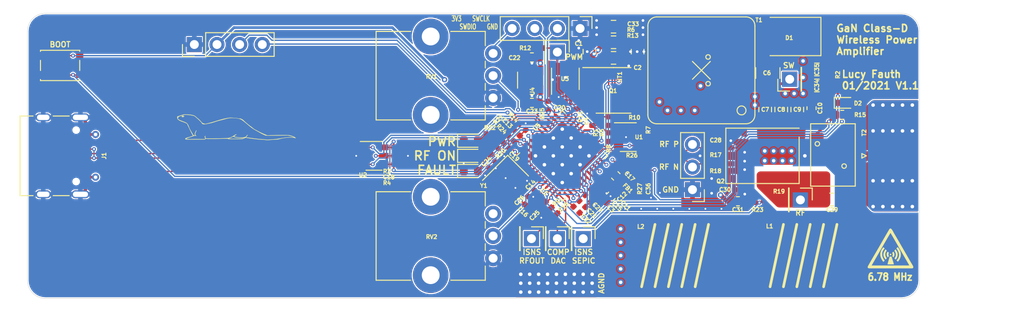
<source format=kicad_pcb>
(kicad_pcb (version 20241229) (generator "pcbnew") (generator_version "9.0")
  (layers (0 "F.Cu" signal) (4 "In1.Cu" signal) (6 "In2.Cu" signal) (2 "B.Cu" signal) (13 "F.Paste" user) (15 "B.Paste" user) (5 "F.SilkS" user) (7 "B.SilkS" user) (1 "F.Mask" user) (3 "B.Mask" user) (25 "Edge.Cuts" user))
  (net 0 "")
  (net 1 "SEPIC_ISNS_N")
  (net 2 "+5V")
  (net 3 "VPP")
  (net 4 "USB_ISNS")
  (net 5 "USB_VSNS")
  (net 6 "SEPIC_VSNS")
  (net 7 "Net-(C6-Pad2)")
  (net 8 "Net-(C6-Pad1)")
  (net 9 "VBUS")
  (net 10 "Net-(C11-Pad1)")
  (net 11 "BOOT")
  (net 12 "RESET")
  (net 13 "+3V3")
  (net 14 "POTI1")
  (net 15 "Net-(C24-Pad2)")
  (net 16 "RF_ISNS")
  (net 17 "Net-(C26-Pad2)")
  (net 18 "POTI2")
  (net 19 "Net-(C28-Pad2)")
  (net 20 "Net-(C28-Pad1)")
  (net 21 "Net-(C29-Pad2)")
  (net 22 "Net-(D2-Pad2)")
  (net 23 "UCPD_CC2")
  (net 24 "USB_DP")
  (net 25 "Net-(J1-PadA8)")
  (net 26 "UCPD_CC1")
  (net 27 "Net-(J1-PadB8)")
  (net 28 "USB_DN")
  (net 29 "Net-(J5-Pad1)")
  (net 30 "RF_N")
  (net 31 "RF_P")
  (net 32 "DAC1")
  (net 33 "SEPIC_PWM")
  (net 34 "SEPIC_ISNS_OUT")
  (net 35 "SWDIO")
  (net 36 "SWCLK")
  (net 37 "I2C_SDA")
  (net 38 "I2C_SCL")
  (net 39 "UART_RX")
  (net 40 "UART_TX")
  (net 41 "Net-(L1-Pad2)")
  (net 42 "Net-(LED1-Pad2)")
  (net 43 "Net-(LED2-Pad2)")
  (net 44 "Net-(LED3-Pad2)")
  (net 45 "Net-(Q1-Pad4)")
  (net 46 "SEPIC_ISNS_P")
  (net 47 "Net-(Q2-Pad5)")
  (net 48 "Net-(Q2-Pad4)")
  (net 49 "Net-(R5-Pad1)")
  (net 50 "Net-(R10-Pad1)")
  (net 51 "Net-(R11-Pad2)")
  (net 52 "RF_VSNS")
  (net 53 "LED1")
  (net 54 "LED2")
  (net 55 "LED3")
  (net 56 "Net-(U4-Pad4)")
  (net 57 "I2C_RESET")
  (net 58 "Net-(U5-Pad43)")
  (net 59 "Net-(U5-Pad30)")
  (net 60 "Net-(U5-Pad29)")
  (net 61 "Net-(U5-Pad4)")
  (net 62 "Net-(U5-Pad3)")
  (net 63 "Net-(U5-Pad2)")
  (net 64 "GND")
  (net 65 "GNDS")
  (net 66 "Net-(C29-Pad1)")
  (net 67 "Net-(C36-Pad2)")
  (footprint "Capacitor_SMD:C_0402_1005Metric" (layer "F.Cu") (at 163.3 76.1 90)
    (property "Reference" "C4")
    (property "Value" "1n")
  )
  (footprint "Capacitor_SMD:C_0402_1005Metric" (layer "F.Cu") (at 157.1 84.85 -135)
    (property "Reference" "C5")
    (property "Value" "1n")
  )
  (footprint "Capacitor_SMD:C_0603_1608Metric" (layer "F.Cu") (at 187.9 74.65 90)
    (property "Reference" "C10")
    (property "Value" "10n")
  )
  (footprint "Capacitor_SMD:C_0402_1005Metric" (layer "F.Cu") (at 154.85 77.4 -45)
    (property "Reference" "C13")
    (property "Value" "1n")
  )
  (footprint "Capacitor_SMD:C_0402_1005Metric" (layer "F.Cu") (at 156.1 85.8 135)
    (property "Reference" "C16")
    (property "Value" "100n")
  )
  (footprint "Capacitor_SMD:C_0402_1005Metric" (layer "F.Cu") (at 141.55 80 180)
    (property "Reference" "C18")
    (property "Value" "100n")
  )
  (footprint "Capacitor_SMD:C_0402_1005Metric" (layer "F.Cu") (at 162.2 85.4 135)
    (property "Reference" "C21")
    (property "Value" "1n")
  )
  (footprint "Capacitor_SMD:C_0402_1005Metric" (layer "F.Cu") (at 157.75 85.5 45)
    (property "Reference" "C25")
    (property "Value" "1n")
  )
  (footprint "Capacitor_SMD:C_0402_1005Metric" (layer "F.Cu") (at 162.85 84.75 135)
    (property "Reference" "C27")
    (property "Value" "1n")
  )
  (footprint "Capacitor_SMD:C_0402_1005Metric" (layer "F.Cu") (at 177.15 77.45)
    (property "Reference" "C28")
    (property "Value" "100n")
  )
  (footprint "Capacitor_SMD:C_0805_2012Metric" (layer "F.Cu") (at 190.2 84.9 180)
    (property "Reference" "C29")
    (property "Value" "1u 50V")
  )
  (footprint "Diode_SMD:D_SOD-523" (layer "F.Cu") (at 191.6 74.05)
    (property "Reference" "D2")
    (property "Value" "SDM03U40")
  )
  (footprint "Connector_USB:USB_C_Receptacle_Palconn_UTC16-G" (layer "F.Cu") (at 104 80 -90)
    (property "Reference" "J1")
    (property "Value" "USB_C_Receptacle_USB2.0")
  )
  (footprint "Connector_PinHeader_2.54mm:PinHeader_1x01_P2.54mm_Vertical" (layer "F.Cu") (at 185.45 71.4 90)
    (property "Reference" "J2" (hide yes))
    (property "Value" "TP")
  )
  (footprint "Connector_PinHeader_2.54mm:PinHeader_1x01_P2.54mm_Vertical" (layer "F.Cu") (at 156.5 89.3 -90)
    (property "Reference" "J3" (hide yes))
    (property "Value" "TP")
  )
  (footprint "Connector_PinHeader_2.54mm:PinHeader_1x01_P2.54mm_Vertical" (layer "F.Cu") (at 186.65 84.95 -90)
    (property "Reference" "J4" (hide yes))
    (property "Value" "TP")
  )
  (footprint "Connector_Coaxial:SMA_Amphenol_132289_EdgeMount" (layer "F.Cu") (at 197.25 80)
    (property "Reference" "J5" (hide yes))
    (property "Value" "SMA")
  )
  (footprint "Connector_PinHeader_2.54mm:PinHeader_1x03_P2.54mm_Vertical" (layer "F.Cu") (at 174.55 83.8 180)
    (property "Reference" "J6" (hide yes))
    (property "Value" "HF")
  )
  (footprint "Connector_PinHeader_2.54mm:PinHeader_1x01_P2.54mm_Vertical" (layer "F.Cu") (at 162.3 89.3 -90)
    (property "Reference" "J9" (hide yes))
    (property "Value" "TP")
  )
  (footprint "Connector_PinHeader_2.54mm:PinHeader_1x04_P2.54mm_Vertical" (layer "F.Cu") (at 161.95 65.7 -90)
    (property "Reference" "J10" (hide yes))
    (property "Value" "DEBUG")
  )
  (footprint "Connector_PinHeader_2.54mm:PinHeader_1x04_P2.54mm_Vertical" (layer "F.Cu") (at 118.7 67.5 90)
    (property "Reference" "J11" (hide yes))
    (property "Value" "OLED")
  )
  (footprint "otter:2929SQ" (layer "F.Cu") (at 187 91.2 180)
    (property "Reference" "L1")
    (property "Value" "390nH")
  )
  (footprint "otter:2929SQ" (layer "F.Cu") (at 172.6 91.2 180)
    (property "Reference" "L2")
    (property "Value" "390nH")
  )
  (footprint "LED_SMD:LED_0603_1608Metric" (layer "F.Cu") (at 149.7 81.7)
    (property "Reference" "LED1" (hide yes))
    (property "Value" "FAULT")
  )
  (footprint "LED_SMD:LED_0603_1608Metric" (layer "F.Cu") (at 149.7 80)
    (property "Reference" "LED2" (hide yes))
    (property "Value" "FAULT")
  )
  (footprint "LED_SMD:LED_0603_1608Metric" (layer "F.Cu") (at 149.7 78.3)
    (property "Reference" "LED3" (hide yes))
    (property "Value" "FAULT")
  )
  (footprint "Resistor_SMD:R_0402_1005Metric" (layer "F.Cu") (at 164.2 76.1 -90)
    (property "Reference" "R1")
    (property "Value" "5k1")
  )
  (footprint "Resistor_SMD:R_0402_1005Metric" (layer "F.Cu") (at 190.85 72.25 -90)
    (property "Reference" "R2")
    (property "Value" "100k")
  )
  (footprint "Resistor_SMD:R_0402_1005Metric" (layer "F.Cu") (at 141.55 79.05)
    (property "Reference" "R3")
    (property "Value" "DNP")
  )
  (footprint "Resistor_SMD:R_0402_1005Metric" (layer "F.Cu") (at 141.55 80.95)
    (property "Reference" "R4")
    (property "Value" "DNP")
  )
  (footprint "Resistor_SMD:R_0402_1005Metric" (layer "F.Cu") (at 165.1 76.1 90)
    (property "Reference" "R5")
    (property "Value" "33")
  )
  (footprint "Resistor_SMD:R_0402_1005Metric" (layer "F.Cu") (at 169.6 78.35 90)
    (property "Reference" "R7")
    (property "Value" "2k")
  )
  (footprint "Resistor_SMD:R_0402_1005Metric" (layer "F.Cu") (at 165.1 77.9 -90)
    (property "Reference" "R8")
    (property "Value" "5k1")
  )
  (footprint "Resistor_SMD:R_0402_1005Metric" (layer "F.Cu") (at 158.4 86.15 -135)
    (property "Reference" "R9")
    (property "Value" "5k1")
  )
  (footprint "Resistor_SMD:R_0402_1005Metric" (layer "F.Cu") (at 166.6 75.7 180)
    (property "Reference" "R10")
    (property "Value" "33")
  )
  (footprint "Resistor_SMD:R_0402_1005Metric" (layer "F.Cu") (at 157.3 67.9 180)
    (property "Reference" "R12")
    (property "Value" "5k1")
  )
  (footprint "Resistor_SMD:R_0402_1005Metric" (layer "F.Cu") (at 155.5 76.75 135)
    (property "Reference" "R14")
    (property "Value" "2k")
  )
  (footprint "Resistor_SMD:R_0603_1608Metric" (layer "F.Cu") (at 191.35 75.4 180)
    (property "Reference" "R15")
    (property "Value" "49.9R")
  )
  (footprint "Resistor_SMD:R_0402_1005Metric" (layer "F.Cu") (at 159.05 86.8 -135)
    (property "Reference" "R16")
    (property "Value" "100k")
  )
  (footprint "Resistor_SMD:R_0402_1005Metric" (layer "F.Cu") (at 177.15 79.1 180)
    (property "Reference" "R17")
    (property "Value" "22R")
  )
  (footprint "Resistor_SMD:R_0402_1005Metric" (layer "F.Cu") (at 177.135 80.9 180)
    (property "Reference" "R18")
    (property "Value" "22R")
  )
  (footprint "Resistor_SMD:R_0402_1005Metric" (layer "F.Cu") (at 182.9 84.8 -135)
    (property "Reference" "R19")
    (property "Value" "100k")
  )
  (footprint "Resistor_SMD:R_0402_1005Metric" (layer "F.Cu") (at 152.35 79.45 -135)
    (property "Reference" "R20")
    (property "Value" "2k")
  )
  (footprint "Resistor_SMD:R_0402_1005Metric" (layer "F.Cu") (at 151.7 78.8 -135)
    (property "Reference" "R21")
    (property "Value" "2k")
  )
  (footprint "Resistor_SMD:R_0402_1005Metric" (layer "F.Cu") (at 151.9 77.55 180)
    (property "Reference" "R22")
    (property "Value" "2k")
  )
  (footprint "Resistor_SMD:R_0402_1005Metric" (layer "F.Cu") (at 181.55 84.75 90)
    (property "Reference" "R23")
    (property "Value" "2k")
  )
  (footprint "Resistor_SMD:R_0402_1005Metric" (layer "F.Cu") (at 154.2 78.05 -45)
    (property "Reference" "R24")
    (property "Value" "5k1")
  )
  (footprint "Resistor_SMD:R_0402_1005Metric" (layer "F.Cu") (at 158.4 74.35 -90)
    (property "Reference" "R25")
    (property "Value" "5k1")
  )
  (footprint "Potentiometer_THT:Potentiometer_Bourns_PTV09A-1_Single_Vertical" (layer "F.Cu") (at 152.2 68.5 180)
    (property "Reference" "RV1")
    (property "Value" "10k")
  )
  (footprint "Potentiometer_THT:Potentiometer_Bourns_PTV09A-1_Single_Vertical" (layer "F.Cu") (at 152.2 86.5 180)
    (property "Reference" "RV2")
    (property "Value" "10k")
  )
  (footprint "otter:SW_SPST_PTS810" (layer "F.Cu") (at 103.65 69.85)
    (property "Reference" "SW1" (hide yes))
    (property "Value" "DFU")
  )
  (footprint "otter:CST7030" (layer "F.Cu") (at 190.3 79.9 -90)
    (property "Reference" "T2")
    (property "Value" "CST7030-020LB 1:20")
  )
  (footprint "Package_TO_SOT_SMD:SOT-23-5" (layer "F.Cu") (at 167.35 77.9)
    (property "Reference" "U1")
    (property "Value" "Si8540")
  )
  (footprint "Package_TO_SOT_SMD:SOT-23-6" (layer "F.Cu") (at 138.85 80)
    (property "Reference" "U2")
    (property "Value" "USBLC6-4")
  )
  (footprint "NetTie:NetTie-2_SMD_Pad0.5mm" (layer "F.Cu") (at 166.3 71.15 -90)
    (property "Reference" "NT1")
    (property "Value" "GND")
  )
  (footprint "Capacitor_SMD:C_0402_1005Metric" (layer "F.Cu") (at 179.75 83.8 180)
    (property "Reference" "C30")
    (property "Value" "100n")
  )
  (footprint "Capacitor_SMD:C_0603_1608Metric" (layer "F.Cu") (at 179.65 85.1 180)
    (property "Reference" "C31")
    (property "Value" "1u")
  )
  (footprint "Diode_SMD:D_SMB" (layer "F.Cu") (at 185.4 66.6 180)
    (property "Reference" "D1")
    (property "Value" "MBRS1100T 3G")
  )
  (footprint "Capacitor_SMD:C_0805_2012Metric" (layer "F.Cu") (at 182.7 74.8 90)
    (property "Reference" "C7")
    (property "Value" "1u 100V")
  )
  (footprint "Capacitor_SMD:C_0603_1608Metric" (layer "F.Cu") (at 156.55 68.95 180)
    (property "Reference" "C22")
    (property "Value" "10u")
  )
  (footprint "Resistor_SMD:R_0402_1005Metric" (layer "F.Cu") (at 161.5 74.25 90)
    (property "Reference" "R11")
    (property "Value" "2.2R")
  )
  (footprint "Capacitor_SMD:C_1210_3225Metric" (layer "F.Cu") (at 183 70.7 -90)
    (property "Reference" "C6")
    (property "Value" "10u 35V")
  )
  (footprint "Capacitor_SMD:C_0402_1005Metric" (layer "F.Cu") (at 159.8 73.9)
    (property "Reference" "C20")
    (property "Value" "100n")
  )
  (footprint "otter:MSD1260" (layer "F.Cu") (at 175.55 70.4 -90)
    (property "Reference" "T1")
    (property "Value" "MSD1260")
  )
  (footprint "Capacitor_SMD:C_0805_2012Metric" (layer "F.Cu") (at 168.4 68.3 -90)
    (property "Reference" "C2")
    (property "Value" "10u 35V")
  )
  (footprint "Resistor_SMD:R_0805_2012Metric" (layer "F.Cu") (at 165.7 69)
    (property "Reference" "R13")
    (property "Value" "10m")
  )
  (footprint "Package_TO_SOT_SMD:SOT-23-5" (layer "F.Cu") (at 156.55 71.5 -90)
    (property "Reference" "U4")
    (property "Value" "MIC5504-3.3YM5")
  )
  (footprint "Package_TO_SOT_SMD:SOT-143" (layer "F.Cu") (at 160.3 71.35 90)
    (property "Reference" "U3")
    (property "Value" "MIC4416")
  )
  (footprint "Capacitor_SMD:C_0805_2012Metric" (layer "F.Cu") (at 186.3 74.8 90)
    (property "Reference" "C9")
    (property "Value" "1u 100V")
  )
  (footprint "Capacitor_SMD:C_0805_2012Metric" (layer "F.Cu") (at 184.5 74.8 90)
    (property "Reference" "C8")
    (property "Value" "1u 100V")
  )
  (footprint "Package_SO:SOIC-8_3.9x4.9mm_P1.27mm" (layer "F.Cu") (at 165.7 72.65)
    (property "Reference" "Q1")
    (property "Value" "Si4058")
  )
  (footprint "Resistor_SMD:R_0805_2012Metric" (layer "F.Cu") (at 165.7 67.25)
    (property "Reference" "R6")
    (property "Value" "10m")
  )
  (footprint "Capacitor_SMD:C_0805_2012Metric" (layer "F.Cu") (at 163 68.3 90)
    (property "Reference" "C1")
    (property "Value" "10u 35V")
  )
  (footprint "Capacitor_SMD:C_0603_1608Metric" (layer "F.Cu") (at 156.55 74.05 180)
    (property "Reference" "C23")
    (property "Value" "10u")
  )
  (footprint "Capacitor_SMD:C_0402_1005Metric" (layer "F.Cu") (at 153.7 78.85 -45)
    (property "Reference" "C19")
    (property "Value" "100n")
  )
  (footprint "Package_DFN_QFN:QFN-48-1EP_7x7mm_P0.5mm_EP5.6x5.6mm" (layer "F.Cu") (at 159.95 80 45)
    (property "Reference" "U5")
    (property "Value" "STM32G474CBUx")
  )
  (footprint "Capacitor_SMD:C_0402_1005Metric" (layer "F.Cu") (at 163.5 84.1 -45)
    (property "Reference" "C3")
    (property "Value" "1n")
  )
  (footprint "Capacitor_SMD:C_0402_1005Metric" (layer "F.Cu") (at 164.8 82.8 -45)
    (property "Reference" "C11")
    (property "Value" "100n")
  )
  (footprint "Capacitor_SMD:C_0603_1608Metric" (layer "F.Cu") (at 165.4 84.55 -135)
    (property "Reference" "C12")
    (property "Value" "10u")
  )
  (footprint "Crystal:Crystal_SMD_3225-4Pin_3.2x2.5mm" (layer "F.Cu") (at 153.588909 82.513173 -135)
    (property "Reference" "Y1")
    (property "Value" "8MHz")
  )
  (footprint "Capacitor_SMD:C_0402_1005Metric" (layer "F.Cu") (at 155.07 84.07 -135)
    (property "Reference" "C26")
    (property "Value" "18p")
  )
  (footprint "Capacitor_SMD:C_0402_1005Metric" (layer "F.Cu") (at 164.15 83.45 135)
    (property "Reference" "C15")
    (property "Value" "1n")
  )
  (footprint "Capacitor_SMD:C_0402_1005Metric" (layer "F.Cu") (at 166.45 81.2 135)
    (property "Reference" "C17")
    (property "Value" "100n")
  )
  (footprint "Capacitor_SMD:C_0402_1005Metric" (layer "F.Cu") (at 152.068629 80.992893 45)
    (property "Reference" "C24")
    (property "Value" "18p")
  )
  (footprint "Inductor_SMD:L_0603_1608Metric" (layer "F.Cu") (at 165.95 82.25 135)
    (property "Reference" "FB1")
    (property "Value" "601")
  )
  (footprint "Connector_PinHeader_2.54mm:PinHeader_1x01_P2.54mm_Vertical" (layer "F.Cu") (at 159.4 68.35 -90)
    (property "Reference" "J8" (hide yes))
    (property "Value" "TP")
  )
  (footprint "Capacitor_SMD:C_0402_1005Metric" (layer "F.Cu") (at 161.55 86.05 135)
    (property "Reference" "C32")
    (property "Value" "18p")
  )
  (footprint "Connector_PinHeader_2.54mm:PinHeader_1x01_P2.54mm_Vertical" (layer "F.Cu") (at 159.4 89.3 -90)
    (property "Reference" "J7" (hide yes))
    (property "Value" "TP")
  )
  (footprint "Capacitor_SMD:C_0402_1005Metric" (layer "F.Cu") (at 156.45 84.2 45)
    (property "Reference" "C14")
    (property "Value" "1n")
  )
  (footprint "Capacitor_SMD:C_0805_2012Metric" (layer "F.Cu") (at 165.7 65.5 180)
    (property "Reference" "C33")
    (property "Value" "10u 35V")
  )
  (footprint "Capacitor_SMD:C_0805_2012Metric" (layer "F.Cu") (at 188.5 72.1 180)
    (property "Reference" "C34")
    (property "Value" "1u 100V")
  )
  (footprint "Capacitor_SMD:C_0805_2012Metric" (layer "F.Cu") (at 188.5 70.3 180)
    (property "Reference" "C35")
    (property "Value" "1u 100V")
  )
  (footprint "Package_DFN_QFN:Texas_MOF0009A" (layer "F.Cu") (at 182.4 80 -90)
    (property "Reference" "Q2")
    (property "Value" "LMG5200")
  )
  (footprint "airfuel_poc:radio" (layer "F.Cu") (at 196.75 90.4)
    (property "Reference" "G***" (hide yes))
    (property "Value" "LOGO" (hide yes))
  )
  (footprint "otter:otter_laying_144" (layer "F.Cu") (at 123.3 76.8)
    (property "Reference" "G***" (hide yes))
    (property "Value" "LOGO" (hide yes))
  )
  (footprint "Capacitor_SMD:C_0402_1005Metric" (layer "F.Cu") (at 169.6 82.1 90)
    (property "Reference" "C36")
    (property "Value" "100n")
  )
  (footprint "Resistor_SMD:R_0402_1005Metric" (layer "F.Cu") (at 167.8 80.7)
    (property "Reference" "R26")
    (property "Value" "5k1")
  )
  (footprint "Resistor_SMD:R_0402_1005Metric" (layer "F.Cu") (at 168.65 82.1 -90)
    (property "Reference" "R27")
    (property "Value" "2k")
  )
  (gr_line (start 200 66) (end 200.000001 94) (stroke (width 0.05)) (layer "Edge.Cuts"))
  (gr_line (start 102 63.999999) (end 198 64) (stroke (width 0.05)) (layer "Edge.Cuts"))
  (gr_arc (start 200.000001 94) (mid 199.414214 95.414214) (end 198 96.000001) (stroke (width 0.05)) (layer "Edge.Cuts"))
  (gr_arc (start 102 96.000001) (mid 100.585786 95.414214) (end 99.999999 94) (stroke (width 0.05)) (layer "Edge.Cuts"))
  (gr_line (start 102 96.000001) (end 198 96) (stroke (width 0.05)) (layer "Edge.Cuts"))
  (gr_arc (start 198 64) (mid 199.414214 64.585786) (end 200 66) (stroke (width 0.05)) (layer "Edge.Cuts"))
  (gr_arc (start 99.999999 66) (mid 100.585786 64.585786) (end 102 63.999999) (stroke (width 0.05)) (layer "Edge.Cuts"))
  (gr_line (start 99.999999 66) (end 100 94) (stroke (width 0.05)) (layer "Edge.Cuts"))
  (gr_text "ISNS\nSEPIC" (at 162.35 91.3 0) (layer "F.SilkS") (effects (font (size 0.6 0.6) (thickness 0.125))))
  (gr_text "RF P" (at 173.1 78.7 0) (layer "F.SilkS") (effects (font (size 0.6 0.6) (thickness 0.125)) (justify right)))
  (gr_text "PWM" (at 162.35 68.9 0) (layer "F.SilkS") (effects (font (size 0.6 0.6) (thickness 0.125)) (justify right)))
  (gr_text "AGND" (at 164.35 94.3 90) (layer "F.SilkS") (effects (font (size 0.6 0.6) (thickness 0.125))))
  (gr_text "BOOT" (at 103.65 67.5 0) (layer "F.SilkS") (effects (font (size 0.6 0.6) (thickness 0.125))))
  (gr_text "3V3    SWCLK " (at 152.2 64.6 0) (layer "F.SilkS") (effects (font (size 0.6 0.4) (thickness 0.1)) (justify right)))
  (gr_text "SWDIO    GND" (at 152.8 65.5 0) (layer "F.SilkS") (effects (font (size 0.6 0.4) (thickness 0.1)) (justify right)))
  (gr_text "6.78 MHz" (at 199.3 93.6 0) (layer "F.SilkS") (effects (font (size 0.8 0.7) (thickness 0.175)) (justify right)))
  (gr_text "GaN Class-D\nWireless Power\nAmplifier\n\n Lucy Fauth\n 01/2021 V1.1" (at 190.6 68.9 0) (layer "F.SilkS") (effects (font (size 0.8 0.8) (thickness 0.175)) (justify left)))
  (gr_text "ISNS\nRFOUT" (at 156.55 91.3 0) (layer "F.SilkS") (effects (font (size 0.6 0.6) (thickness 0.125))))
  (gr_text "RF" (at 186.65 86.4 0) (layer "F.SilkS") (effects (font (size 0.6 0.6) (thickness 0.125))))
  (gr_text "RF N" (at 173.1 81.25 0) (layer "F.SilkS") (effects (font (size 0.6 0.6) (thickness 0.125)) (justify right)))
  (gr_text "PWR\nRF ON\nFAULT" (at 148.15 80 0) (layer "F.SilkS") (effects (font (size 1 1) (thickness 0.18)) (justify right)))
  (gr_text "GND" (at 173.1 83.8 0) (layer "F.SilkS") (effects (font (size 0.6 0.6) (thickness 0.125)) (justify right)))
  (gr_text "COMP\nDAC" (at 159.5 91.3 0) (layer "F.SilkS") (effects (font (size 0.6 0.6) (thickness 0.125))))
  (gr_text "SW" (at 185.35 69.85 0) (layer "F.SilkS") (effects (font (size 0.6 0.6) (thickness 0.125))))
  (segment (start 166.35 71.6) (end 166.3 71.65) (width 0.15) (layer "F.Cu") (net 1))
  (segment (start 160.75 85.115734) (end 160.781372 85.147106) (width 0.15) (layer "F.Cu") (net 1))
  (segment (start 160.85 85.35) (end 160.85 85.075) (width 0.15) (layer "F.Cu") (net 1))
  (segment (start 160.75 84.689087) (end 160.75 85.115734) (width 0.15) (layer "F.Cu") (net 1))
  (segment (start 161.207053 85.707053) (end 160.85 85.35) (width 0.15) (layer "F.Cu") (net 1))
  (segment (start 166.3 71.65) (end 166.3 71.650004) (width 0.15) (layer "F.Cu") (net 1))
  (segment (start 160.436136 84.375223) (end 160.75 84.689087) (width 0.15) (layer "F.Cu") (net 1))
  (via (at 160.781372 85.147106) (size 0.45) (drill 0.2) (layers "F.Cu" "B.Cu") (net 1))
  (via (at 166.3 71.650004) (size 0.45) (drill 0.2) (layers "F.Cu" "B.Cu") (net 1))
  (segment (start 162.247999 83.529935) (end 162.475507 83.757443) (width 0.15) (layer "B.Cu") (net 1))
  (segment (start 162.247999 81.660251) (end 162.247999 83.529935) (width 0.15) (layer "B.Cu") (net 1))
  (segment (start 160.827001 85.177001) (end 160.8 85.15) (width 0.15) (layer "B.Cu") (net 1))
  (segment (start 164.84599 72.604952) (end 164.84599 79.06226) (width 0.15) (layer "B.Cu") (net 1))
  (segment (start 164.695999 72.454961) (end 164.84599 72.604952) (width 0.15) (layer "B.Cu") (net 1))
  (segment (start 166.3 71.650004) (end 165.091034 71.650004) (width 0.15) (layer "B.Cu") (net 1))
  (segment (start 164.695999 72.045039) (end 164.695999 72.454961) (width 0.15) (layer "B.Cu") (net 1))
  (segment (start 162.475507 84.161897) (end 161.460403 85.177001) (width 0.15) (layer "B.Cu") (net 1))
  (segment (start 162.475507 83.757443) (end 162.475507 84.161897) (width 0.15) (layer "B.Cu") (net 1))
  (segment (start 162.25 81.65825) (end 162.247999 81.660251) (width 0.15) (layer "B.Cu") (net 1))
  (segment (start 165.091034 71.650004) (end 164.695999 72.045039) (width 0.15) (layer "B.Cu") (net 1))
  (segment (start 164.84599 79.06226) (end 162.25 81.65825) (width 0.15) (layer "B.Cu") (net 1))
  (segment (start 161.460403 85.177001) (end 160.827001 85.177001) (width 0.15) (layer "B.Cu") (net 1))
  (segment (start 157.5 70.803602) (end 157.5 70.45) (width 0.3) (layer "F.Cu") (net 2))
  (segment (start 164.2 75.615) (end 164.985 75.615) (width 0.15) (layer "F.Cu") (net 2))
  (segment (start 162.1 69.2) (end 162.95 69.2) (width 0.3) (layer "F.Cu") (net 2))
  (segment (start 107.6 77.6) (end 107.625 77.575) (width 0.3) (layer "F.Cu") (net 2))
  (segment (start 165.55 67.45) (end 165.55 75.25) (width 0.15) (layer "F.Cu") (net 2))
  (segment (start 178.8625 85.1) (end 178.8625 84.625) (width 0.5) (layer "F.Cu") (net 2))
  (segment (start 106.51 82.4) (end 107.625 82.4) (width 0.3) (layer "F.Cu") (net 2))
  (segment (start 164.7625 67.25) (end 165.35 67.25) (width 0.15) (layer "F.Cu") (net 2))
  (segment (start 163.576948 68.50625) (end 163.560089 68.50625) (width 0.3) (layer "F.Cu") (net 2))
  (segment (start 163.560089 68.50625) (end 163.506616 68.559723) (width 0.3) (layer "F.Cu") (net 2))
  (segment (start 179.25 84.2375) (end 179.25 83.8) (width 0.5) (layer "F.Cu") (net 2))
  (segment (start 161.25 70.25) (end 161.25 70.05) (width 0.3) (layer "F.Cu") (net 2))
  (segment (start 164.985 75.615) (end 165.025 75.575) (width 0.15) (layer "F.Cu") (net 2))
  (segment (start 164.7625 67.25) (end 163.50625 68.50625) (width 0.5) (layer "F.Cu") (net 2))
  (segment (start 156.003399 71.207001) (end 157.096601 71.207001) (width 0.3) (layer "F.Cu") (net 2))
  (segment (start 157.5 69.2) (end 157.3 69) (width 0.3) (layer "F.Cu") (net 2))
  (segment (start 155.6 70.4) (end 155.6 70.803602) (width 0.3) (layer "F.Cu") (net 2))
  (segment (start 179.1475 82.55) (end 179.1475 83.7475) (width 0.3) (layer "F.Cu") (net 2))
  (segment (start 155.6 70.803602) (end 156.003399 71.207001) (width 0.3) (layer "F.Cu") (net 2))
  (segment (start 165.35 67.25) (end 165.55 67.45) (width 0.15) (layer "F.Cu") (net 2))
  (segment (start 161.25 70.05) (end 162.1 69.2) (width 0.3) (layer "F.Cu") (net 2))
  (segment (start 157.096601 71.207001) (end 157.5 70.803602) (width 0.3) (layer "F.Cu") (net 2))
  (segment (start 163 69.0125) (end 163 69.2) (width 0.5) (layer "F.Cu") (net 2))
  (segment (start 165.55 75.25) (end 165.2 75.6) (width 0.15) (layer "F.Cu") (net 2))
  (segment (start 178.8625 85.1) (end 178.402 85.1) (width 0.5) (layer "F.Cu") (net 2))
  (segment (start 106.51 77.6) (end 107.6 77.6) (width 0.3) (layer "F.Cu") (net 2))
  (segment (start 157.5 69.6) (end 157.5 69.2) (width 0.3) (layer "F.Cu") (net 2))
  (segment (start 163.50625 68.50625) (end 163.576948 68.50625) (width 0.3) (layer "F.Cu") (net 2))
  (segment (start 178.402 85.1) (end 177.700157 84.398157) (width 0.5) (layer "F.Cu") (net 2))
  (segment (start 157.5 70.4) (end 157.5 69.6) (width 0.3) (layer "F.Cu") (net 2))
  (segment (start 163.50625 68.50625) (end 163 69.0125) (width 0.5) (layer "F.Cu") (net 2))
  (segment (start 163.576948 68.50625) (end 163.966599 68.116599) (width 0.3) (layer "F.Cu") (net 2))
  (segment (start 178.8625 84.625) (end 179.25 84.2375) (width 0.5) (layer "F.Cu") (net 2))
  (segment (start 165.2 75.6) (end 165.2 75.8) (width 0.15) (layer "F.Cu") (net 2))
  (via (at 107.625 77.6) (size 0.8) (drill 0.4) (layers "F.Cu" "B.Cu") (net 2))
  (via (at 177.700157 84.398157) (size 0.6) (drill 0.3) (layers "F.Cu" "B.Cu") (net 2))
  (via (at 163.966599 68.116599) (size 0.6) (drill 0.3) (layers "F.Cu" "B.Cu") (net 2))
  (via (at 163.506616 68.559723) (size 0.6) (drill 0.3) (layers "F.Cu" "B.Cu") (net 2))
  (via (at 107.625 82.4) (size 0.8) (drill 0.4) (layers "F.Cu" "B.Cu") (net 2))
  (via (at 157.5 69.6) (size 0.6) (drill 0.3) (layers "F.Cu" "B.Cu") (net 2))
  (segment (start 168.35 67.2125) (end 168.35 67.35) (width 1) (layer "F.Cu") (net 3))
  (segment (start 166.6375 65.5) (end 168.35 67.2125) (width 1) (layer "F.Cu") (net 3))
  (segment (start 169.95 67.35) (end 171 68.4) (width 1) (layer "F.Cu") (net 3))
  (segment (start 166.115 75.715) (end 165.85 75.45) (width 0.15) (layer "F.Cu") (net 3))
  (segment (start 166.6375 67.25) (end 166.6375 65.7375) (width 0.5) (layer "F.Cu") (net 3))
  (segment (start 166.115 75.75) (end 166.115 75.715) (width 0.15) (layer "F.Cu") (net 3))
  (segment (start 165.85 67.45) (end 166.05 67.25) (width 0.15) (layer "F.Cu") (net 3))
  (segment (start 166.05 67.25) (end 166.5 67.25) (width 0.15) (layer "F.Cu") (net 3))
  (segment (start 168.35 67.35) (end 169.95 67.35) (width 1) (layer "F.Cu") (net 3))
  (segment (start 165.85 75.45) (end 165.85 67.45) (width 0.15) (layer "F.Cu") (net 3))
  (segment (start 162.557456 82.257456) (end 163.05 82.75) (width 0.15) (layer "F.Cu") (net 4))
  (segment (start 162.557456 82.253903) (end 162.557456 82.257456) (width 0.15) (layer "F.Cu") (net 4))
  (segment (start 168.45 78.85) (end 167.5 78.85) (width 0.15) (layer "F.Cu") (net 4))
  (segment (start 163.05 83) (end 163.05 82.960323) (width 0.15) (layer "F.Cu") (net 4))
  (segment (start 169.6 78.835) (end 168.565 78.835) (width 0.15) (layer "F.Cu") (net 4))
  (segment (start 163.104012 83.695988) (end 163.05 83.75) (width 0.15) (layer "F.Cu") (net 4))
  (segment (start 163.05 82.75) (end 163.05 83) (width 0.15) (layer "F.Cu") (net 4))
  (segment (start 168.565 78.835) (end 168.55 78.85) (width 0.15) (layer "F.Cu") (net 4))
  (segment (start 163.05 82.960323) (end 163.113131 82.897192) (width 0.15) (layer "F.Cu") (net 4))
  (segment (start 163.104012 83.054012) (end 163.104012 83.695988) (width 0.15) (layer "F.Cu") (net 4))
  (segment (start 163.05 83) (end 163.104012 83.054012) (width 0.15) (layer "F.Cu") (net 4))
  (via (at 163.113131 82.897192) (size 0.45) (drill 0.2) (layers "F.Cu" "B.Cu") (net 4))
  (via (at 167.5 78.85) (size 0.45) (drill 0.2) (layers "F.Cu" "B.Cu") (net 4))
  (segment (start 163.113131 81.578619) (end 163.113131 82.578994) (width 0.15) (layer "B.Cu") (net 4))
  (segment (start 167.5 78.85) (end 165.84175 78.85) (width 0.15) (layer "B.Cu") (net 4))
  (segment (start 163.113131 82.578994) (end 163.113131 82.897192) (width 0.15) (layer "B.Cu") (net 4))
  (segment (start 165.84175 78.85) (end 163.113131 81.578619) (width 0.15) (layer "B.Cu") (net 4))
  (segment (start 164.135 76.585) (end 164.2 76.65) (width 0.15) (layer "F.Cu") (net 5))
  (segment (start 163.3 76.585) (end 164.135 76.585) (width 0.15) (layer "F.Cu") (net 5))
  (segment (start 163.264563 78.453204) (end 163.296796 78.453204) (width 0.15) (layer "F.Cu") (net 5))
  (segment (start 163.626997 76.926997) (end 163.35 76.65) (width 0.15) (layer "F.Cu") (net 5))
  (segment (start 163.296796 78.453204) (end 163.626997 78.123003) (width 0.15) (layer "F.Cu") (net 5))
  (segment (start 163.626997 78.123003) (end 163.626997 76.926997) (width 0.15) (layer "F.Cu") (net 5))
  (segment (start 165 77.4) (end 165.05 77.4) (width 0.15) (layer "F.Cu") (net 5))
  (segment (start 164.2 76.65) (end 164.25 76.65) (width 0.15) (layer "F.Cu") (net 5))
  (segment (start 164.25 76.65) (end 165 77.4) (width 0.15) (layer "F.Cu") (net 5))
  (segment (start 159.565442 84.984558) (end 159.588442 84.984558) (width 0.15) (layer "F.Cu") (net 6))
  (segment (start 158.403204 83.314563) (end 158.385437 83.314563) (width 0.15) (layer "F.Cu") (net 6))
  (segment (start 190.85 72.635) (end 190.85 73.3) (width 0.15) (layer "F.Cu") (net 6))
  (segment (start 158.385437 83.314563) (end 157.837448 83.862552) (width 0.15) (layer "F.Cu") (net 6))
  (segment (start 157.4 84.4) (end 157.85 83.95) (width 0.15) (layer "F.Cu") (net 6))
  (segment (start 157.35 84.414106) (end 157.35 84.4) (width 0.15) (layer "F.Cu") (net 6))
  (segment (start 157.837448 83.862552) (end 157.837448 83.937272) (width 0.15) (layer "F.Cu") (net 6))
  (segment (start 158.742947 85.807053) (end 159.565442 84.984558) (width 0.15) (layer "F.Cu") (net 6))
  (segment (start 157.35 84.4) (end 157.4 84.4) (width 0.15) (layer "F.Cu") (net 6))
  (segment (start 157.442947 84.507053) (end 157.35 84.414106) (width 0.15) (layer "F.Cu") (net 6))
  (via (at 159.588442 84.984558) (size 0.45) (drill 0.2) (layers "F.Cu" "B.Cu") (net 6))
  (via (at 157.837448 83.937272) (size 0.45) (drill 0.2) (layers "F.Cu" "B.Cu") (net 6))
  (via (at 190.85 73.3) (size 0.45) (drill 0.2) (layers "F.Cu" "B.Cu") (net 6))
  (segment (start 189.47701 77.57299) (end 190.85 76.2) (width 0.15) (layer "B.Cu") (net 6))
  (segment (start 158.55 83.918038) (end 159.6 84.968038) (width 0.15) (layer "B.Cu") (net 6))
  (segment (start 165.2 85.2) (end 178 85.2) (width 0.15) (layer "B.Cu") (net 6))
  (segment (start 158.038064 83.920698) (end 158.55 83.920698) (width 0.15) (layer "B.Cu") (net 6))
  (segment (start 159.918038 85.05) (end 162.168038 87.3) (width 0.15) (layer "B.Cu") (net 6))
  (segment (start 180.835259 77.57299) (end 189.47701 77.57299) (width 0.15) (layer "B.Cu") (net 6))
  (segment (start 159.6 84.968038) (end 159.6 85.05) (width 0.15) (layer "B.Cu") (net 6))
  (segment (start 157.837448 83.937272) (end 158.02149 83.937272) (width 0.15) (layer "B.Cu") (net 6))
  (segment (start 159.6 85.05) (end 159.918038 85.05) (width 0.15) (layer "B.Cu") (net 6))
  (segment (start 158.02149 83.937272) (end 158.038064 83.920698) (width 0.15) (layer "B.Cu") (net 6))
  (segment (start 179.07299 79.335259) (end 180.835259 77.57299) (width 0.15) (layer "B.Cu") (net 6))
  (segment (start 162.168038 87.3) (end 163.1 87.3) (width 0.15) (layer "B.Cu") (net 6))
  (segment (start 179.07299 84.12701) (end 179.07299 79.335259) (width 0.15) (layer "B.Cu") (net 6))
  (segment (start 178 85.2) (end 179.07299 84.12701) (width 0.15) (layer "B.Cu") (net 6))
  (segment (start 190.85 73.618198) (end 190.85 73.3) (width 0.15) (layer "B.Cu") (net 6))
  (segment (start 190.85 76.2) (end 190.85 73.618198) (width 0.15) (layer "B.Cu") (net 6))
  (segment (start 163.1 87.3) (end 165.2 85.2) (width 0.15) (layer "B.Cu") (net 6))
  (segment (start 170.4 70.4) (end 169.9 70.9) (width 1) (layer "F.Cu") (net 7))
  (segment (start 168.175 72.015) (end 169.385 72.015) (width 0.5) (layer "F.Cu") (net 7))
  (segment (start 182.7 72.2375) (end 178.3625 72.2375) (width 1) (layer "F.Cu") (net 7))
  (segment (start 182.7 72.2375) (end 183.7625 72.2375) (width 0.3) (layer "F.Cu") (net 7))
  (segment (start 168.485 73.285) (end 168.5 73.3) (width 0.5) (layer "F.Cu") (net 7))
  (segment (start 176.4 70.4) (end 170.4 70.4) (width 1) (layer "F.Cu") (net 7))
  (segment (start 169.7 71.7) (end 169.7 70.8) (width 0.5) (layer "F.Cu") (net 7))
  (segment (start 168.175 73.285) (end 168.485 73.285) (width 0.5) (layer "F.Cu") (net 7))
  (segment (start 169.7 71.7) (end 169.7 74.3) (width 0.5) (layer "F.Cu") (net 7))
  (segment (start 169.385 72.015) (end 169.7 71.7) (width 0.5) (layer "F.Cu") (net 7))
  (segment (start 169.45 74.55) (end 168.35 74.55) (width 0.5) (layer "F.Cu") (net 7))
  (segment (start 184.65 71.9) (end 185.15 71.4) (width 0.3) (layer "F.Cu") (net 7))
  (segment (start 168.35 74.55) (end 168.3 74.5) (width 0.5) (layer "F.Cu") (net 7))
  (segment (start 178.3625 72.2375) (end 178.3 72.3) (width 1) (layer "F.Cu") (net 7))
  (segment (start 183.7625 72.2375) (end 184.1 71.9) (width 0.3) (layer "F.Cu") (net 7))
  (segment (start 178.3 72.3) (end 176.4 70.4) (width 1) (layer "F.Cu") (net 7))
  (segment (start 184.1 71.9) (end 184.65 71.9) (width 0.3) (layer "F.Cu") (net 7))
  (segment (start 168.175 70.745) (end 169.855 70.745) (width 0.5) (layer "F.Cu") (net 7))
  (segment (start 169.9 74.1) (end 169.45 74.55) (width 0.5) (layer "F.Cu") (net 7))
  (segment (start 168.5 73.3) (end 169.9 73.3) (width 0.5) (layer "F.Cu") (net 7))
  (segment (start 169.9 70.9) (end 169.9 74.1) (width 0.5) (layer "F.Cu") (net 7))
  (segment (start 180.5 69.3) (end 179.5 68.3) (width 1) (layer "F.Cu") (net 8))
  (segment (start 183.2 69.3) (end 180.5 69.3) (width 1) (layer "F.Cu") (net 8))
  (segment (start 178.8 68.65) (end 179.75 68.65) (width 1) (layer "F.Cu") (net 8))
  (segment (start 181.4 67) (end 183.3 67) (width 1) (layer "F.Cu") (net 8))
  (segment (start 179.75 68.65) (end 181.4 67) (width 1) (layer "F.Cu") (net 8))
  (segment (start 187.55 66.95) (end 188.7 68.1) (width 1) (layer "F.Cu") (net 9))
  (segment (start 190.85 71.7) (end 190.75 71.8) (width 0.15) (layer "F.Cu") (net 9))
  (segment (start 188.7 68.1) (end 189.4 68.8) (width 1) (layer "F.Cu") (net 9))
  (segment (start 189.4 68.8) (end 189.4 70.6) (width 1) (layer "F.Cu") (net 9))
  (segment (start 189.75 71.8) (end 189.75 71.95) (width 0.15) (layer "F.Cu") (net 9))
  (segment (start 190.75 71.8) (end 189.75 71.8) (width 0.15) (layer "F.Cu") (net 9))
  (segment (start 165.956847 83.993153) (end 165.956847 83.593153) (width 0.15) (layer "F.Cu") (net 10))
  (segment (start 164.15 82.45) (end 164.45 82.45) (width 0.15) (layer "F.Cu") (net 10))
  (segment (start 163.264563 81.546796) (end 163.264563 81.564563) (width 0.15) (layer "F.Cu") (net 10))
  (segment (start 165.956847 83.593153) (end 166.7 82.85) (width 0.15) (layer "F.Cu") (net 10))
  (segment (start 166.7 82.85) (end 166.7 82.8) (width 0.15) (layer "F.Cu") (net 10))
  (segment (start 163.264563 81.564563) (end 164.15 82.45) (width 0.15) (layer "F.Cu") (net 10))
  (segment (start 163.75 82.739339) (end 163.75 83.1) (width 0.15) (layer "F.Cu") (net 10))
  (segment (start 162.91101 81.900349) (end 163.75 82.739339) (width 0.15) (layer "F.Cu") (net 10))
  (segment (start 165.85 83.1) (end 165.244163 82.494163) (width 0.15) (layer "F.Cu") (net 10))
  (segment (start 165.85 83.5) (end 165.85 83.1) (width 0.15) (layer "F.Cu") (net 10))
  (segment (start 166.556847 82.893153) (end 165.9 83.55) (width 0.15) (layer "F.Cu") (net 10))
  (segment (start 164.45 82.464106) (end 164.45 82.45) (width 0.15) (layer "F.Cu") (net 10))
  (segment (start 164.505837 82.494163) (end 164.45 82.55) (width 0.15) (layer "F.Cu") (net 10))
  (segment (start 165.9 83.55) (end 165.85 83.5) (width 0.15) (layer "F.Cu") (net 10))
  (segment (start 163.807053 83.107053) (end 164.45 82.464106) (width 0.15) (layer "F.Cu") (net 10))
  (segment (start 166.556847 82.756847) (end 166.556847 82.893153) (width 0.15) (layer "F.Cu") (net 10))
  (segment (start 165.244163 82.494163) (end 164.505837 82.494163) (width 0.15) (layer "F.Cu") (net 10))
  (segment (start 101.45 70.925) (end 105.075 70.925) (width 0.15) (layer "F.Cu") (net 11))
  (segment (start 155.65 78.2) (end 155.7 78.2) (width 0.15) (layer "F.Cu") (net 11))
  (segment (start 155.192947 77.742947) (end 155.65 78.2) (width 0.15) (layer "F.Cu") (net 11))
  (segment (start 155.235894 77.7) (end 155.2 77.7) (width 0.15) (layer "F.Cu") (net 11))
  (segment (start 156.281884 78.806757) (end 156.281884 78.781884) (width 0.15) (layer "F.Cu") (net 11))
  (segment (start 156.256757 78.806757) (end 155.65 78.2) (width 0.15) (layer "F.Cu") (net 11))
  (segment (start 155.842947 77.092947) (end 155.235894 77.7) (width 0.15) (layer "F.Cu") (net 11))
  (segment (start 156.281884 78.806757) (end 156.256757 78.806757) (width 0.15) (layer "F.Cu") (net 11))
  (segment (start 105.075 70.925) (end 105.875 70.925) (width 0.15) (layer "F.Cu") (net 11))
  (via (at 105.1 70.9) (size 0.45) (drill 0.2) (layers "F.Cu" "B.Cu") (net 11))
  (via (at 155.65 78.2) (size 0.45) (drill 0.2) (layers "F.Cu" "B.Cu") (net 11))
  (segment (start 155.65 78.2) (end 154.59175 78.2) (width 0.15) (layer "B.Cu") (net 11))
  (segment (start 143.55 82.304011) (end 116.504011 82.304011) (width 0.15) (layer "B.Cu") (net 11))
  (segment (start 105.324999 71.124999) (end 105.1 70.9) (width 0.15) (layer "B.Cu") (net 11))
  (segment (start 150.48774 82.304011) (end 143.55 82.304011) (width 0.15) (layer "B.Cu") (net 11))
  (segment (start 116.504011 82.304011) (end 105.324999 71.124999) (width 0.15) (layer "B.Cu") (net 11))
  (segment (start 154.59175 78.2) (end 154.591751 78.2) (width 0.15) (layer "B.Cu") (net 11))
  (segment (start 154.591751 78.2) (end 150.48774 82.304011) (width 0.15) (layer "B.Cu") (net 11))
  (segment (start 157.696097 82.607456) (end 157.692544 82.607456) (width 0.15) (layer "F.Cu") (net 12))
  (segment (start 156.8 83.5) (end 156.8 83.95) (width 0.15) (layer "F.Cu") (net 12))
  (segment (start 157.692544 82.607456) (end 156.8 83.5) (width 0.15) (layer "F.Cu") (net 12))
  (segment (start 163.97167 80.839689) (end 164.781981 81.65) (width 0.15) (layer "F.Cu") (net 13))
  (segment (start 164.781981 81.65) (end 165.45 81.65) (width 0.15) (layer "F.Cu") (net 13))
  (segment (start 163.97167 80.839689) (end 163.989689 80.839689) (width 0.15) (layer "F.Cu") (net 13))
  (segment (start 160.57374 74.72626) (end 160.3 74.45252) (width 0.15) (layer "F.Cu") (net 13))
  (segment (start 153.932837 78.710805) (end 153.932837 77.732837) (width 0.15) (layer "F.Cu") (net 13))
  (segment (start 160.789689 75.97833) (end 160.789689 75.910311) (width 0.15) (layer "F.Cu") (net 13))
  (segment (start 101.45 68.525) (end 101.625 68.525) (width 0.15) (layer "F.Cu") (net 13))
  (segment (start 165.880779 81.083327) (end 165.866673 81.083327) (width 0.15) (layer "F.Cu") (net 13))
  (segment (start 155.574777 80.486136) (end 154.644321 79.555679) (width 0.15) (layer "F.Cu") (net 13))
  (segment (start 153.932837 77.732837) (end 153.9 77.7) (width 0.15) (layer "F.Cu") (net 13))
  (segment (start 155.757053 85.457053) (end 155.3 85) (width 0.15) (layer "F.Cu") (net 13))
  (segment (start 155.563864 79.513864) (end 155.2 79.15) (width 0.15) (layer "F.Cu") (net 13))
  (segment (start 152.4 86.5) (end 152.3 86.4) (width 0.15) (layer "F.Cu") (net 13))
  (segment (start 166.003182 80.857053) (end 165.572377 80.426248) (width 0.15) (layer "F.Cu") (net 13))
  (segment (start 154.644321 79.555679) (end 154.263641 79.175) (width 0.15) (layer "F.Cu") (net 13))
  (segment (start 160.3 74.45252) (end 160.3 73.9) (width 0.15) (layer "F.Cu") (net 13))
  (segment (start 166.107053 80.857053) (end 166.003182 80.857053) (width 0.15) (layer "F.Cu") (net 13))
  (segment (start 160.789689 75.910311) (end 161.010005 75.689995) (width 0.15) (layer "F.Cu") (net 13))
  (segment (start 161.010005 75.162525) (end 160.57374 74.72626) (width 0.15) (layer "F.Cu") (net 13))
  (segment (start 157.3 73.63) (end 157.3 73.95) (width 0.3) (layer "F.Cu") (net 13))
  (segment (start 154.042947 78.820915) (end 153.932837 78.710805) (width 0.15) (layer "F.Cu") (net 13))
  (segment (start 155.574777 79.513864) (end 155.563864 79.513864) (width 0.15) (layer "F.Cu") (net 13))
  (segment (start 105.1 68.75) (end 105.9 68.75) (width 0.15) (layer "F.Cu") (net 13))
  (segment (start 166.15 80.7) (end 166.1 80.75) (width 0.15) (layer "F.Cu") (net 13))
  (segment (start 158.4 73.865) (end 157.365 73.865) (width 0.15) (layer "F.Cu") (net 13))
  (segment (start 101.65 68.75) (end 105.1 68.75) (width 0.15) (layer "F.Cu") (net 13))
  (segment (start 165.866673 81.083327) (end 165.4 81.55) (width 0.15) (layer "F.Cu") (net 13))
  (segment (start 141.065 80) (end 139.046116 80) (width 0.15) (layer "F.Cu") (net 13))
  (segment (start 157.5 73.43) (end 157.3 73.63) (width 0.3) (layer "F.Cu") (net 13))
  (segment (start 154.042947 79.192947) (end 154.042947 78.820915) (width 0.15) (layer "F.Cu") (net 13))
  (segment (start 154.263641 79.175) (end 154.2 79.175) (width 0.15) (layer "F.Cu") (net 13))
  (segment (start 166.107053 80.857053) (end 165.880779 81.083327) (width 0.15) (layer "F.Cu") (net 13))
  (segment (start 161.010005 75.689995) (end 161.010005 75.162525) (width 0.15) (layer "F.Cu") (net 13))
  (segment (start 157.5 72.6) (end 157.5 73.43) (width 0.3) (layer "F.Cu") (net 13))
  (segment (start 157.5 73.43) (end 157.5 73.4) (width 0.3) (layer "F.Cu") (net 13))
  (segment (start 157.365 73.865) (end 157.35 73.85) (width 0.15) (layer "F.Cu") (net 13))
  (segment (start 155.2 79.15) (end 154.175 79.15) (width 0.15) (layer "F.Cu") (net 13))
  (segment (start 167.315 80.7) (end 166.15 80.7) (width 0.15) (layer "F.Cu") (net 13))
  (segment (start 154.644321 79.555679) (end 154.65 79.55) (width 0.15) (layer "F.Cu") (net 13))
  (via (at 165.572377 80.426248) (size 0.45) (drill 0.2) (layers "F.Cu" "B.Cu") (net 13))
  (via (at 157.5 73.4) (size 0.6) (drill 0.3) (layers "F.Cu" "B.Cu") (net 13))
  (via (at 105.1 68.75) (size 0.45) (drill 0.2) (layers "F.Cu" "B.Cu") (net 13))
  (via (at 160.57374 74.72626) (size 0.45) (drill 0.2) (layers "F.Cu" "B.Cu") (net 13))
  (via (at 155.3 85) (size 0.45) (drill 0.2) (layers "F.Cu" "B.Cu") (net 13))
  (via (at 139.046116 80) (size 0.45) (drill 0.2) (layers "F.Cu" "B.Cu") (net 13))
  (via (at 146.75 71.45) (size 0.6) (drill 0.3) (layers "F.Cu" "B.Cu") (net 13))
  (via (at 154.65 79.55) (size 0.45) (drill 0.2) (layers "F.Cu" "B.Cu") (net 13))
  (segment (start 146.75 71.45) (end 140.9 65.6) (width 0.3) (layer "B.Cu") (net 13))
  (segment (start 105.05 68.75) (end 119.95 68.75) (width 0.15) (layer "B.Cu") (net 13))
  (segment (start 154.33 65.7) (end 152.15 67.88) (width 0.15) (layer "B.Cu") (net 13))
  (segment (start 119.95 68.75) (end 121.25 67.45) (width 0.15) (layer "B.Cu") (net 13))
  (segment (start 123.15 65.6) (end 121.2 67.55) (width 0.3) (layer "B.Cu") (net 13))
  (segment (start 140.9 65.6) (end 123.15 65.6) (width 0.3) (layer "B.Cu") (net 13))
  (segment (start 161.682032 84.275) (end 161.617018 84.340014) (width 0.15) (layer "F.Cu") (net 14))
  (segment (start 161.725 84.275) (end 161.682032 84.275) (width 0.15) (layer "F.Cu") (net 14))
  (segment (start 161.85 84.4) (end 161.85 85.05) (width 0.15) (layer "F.Cu") (net 14))
  (segment (start 161.725 84.275) (end 161.85 84.4) (width 0.15) (layer "F.Cu") (net 14))
  (segment (start 161.143243 83.693243) (end 161.725 84.275) (width 0.15) (layer "F.Cu") (net 14))
  (segment (start 161.143243 83.668116) (end 161.143243 83.693243) (width 0.15) (layer "F.Cu") (net 14))
  (via (at 161.617018 84.340014) (size 0.45) (drill 0.2) (layers "F.Cu" "B.Cu") (net 14))
  (segment (start 158.227353 83.102353) (end 157.224387 83.102353) (width 0.15) (layer "B.Cu") (net 14))
  (segment (start 161.421976 84.340014) (end 161.404961 84.322999) (width 0.15) (layer "B.Cu") (net 14))
  (segment (start 157.224387 83.102353) (end 155.875 84.45174) (width 0.15) (layer "B.Cu") (net 14))
  (segment (start 161.404961 84.322999) (end 159.447999 84.322999) (width 0.15) (layer "B.Cu") (net 14))
  (segment (start 155.875 85.35) (end 152.2 89.025) (width 0.15) (layer "B.Cu") (net 14))
  (segment (start 155.875 84.45174) (end 155.875 85.35) (width 0.15) (layer "B.Cu") (net 14))
  (segment (start 161.617018 84.340014) (end 161.421976 84.340014) (width 0.15) (layer "B.Cu") (net 14))
  (segment (start 159.447999 84.322999) (end 158.227353 83.102353) (width 0.15) (layer "B.Cu") (net 14))
  (segment (start 152.95 81.05) (end 152.55 80.65) (width 0.15) (layer "F.Cu") (net 15))
  (segment (start 154.957007 81.05) (end 154.05 81.05) (width 0.15) (layer "F.Cu") (net 15))
  (segment (start 156.65 82.25) (end 156.157007 82.25) (width 0.15) (layer "F.Cu") (net 15))
  (segment (start 154.05 81.05) (end 152.95 81.05) (width 0.15) (layer "F.Cu") (net 15))
  (segment (start 156.98899 81.91101) (end 156.65 82.25) (width 0.15) (layer "F.Cu") (net 15))
  (segment (start 156.157007 82.25) (end 154.957007 81.05) (width 0.15) (layer "F.Cu") (net 15))
  (segment (start 156.98899 81.900349) (end 156.98899 81.91101) (width 0.15) (layer "F.Cu") (net 15))
  (segment (start 157.470646 83.529354) (end 157.429348 83.529354) (width 0.15) (layer "F.Cu") (net 16))
  (segment (start 159.392947 86.457053) (end 159.601543 86.248457) (width 0.15) (layer "F.Cu") (net 16))
  (segment (start 158.03899 82.96101) (end 157.470646 83.529354) (width 0.15) (layer "F.Cu") (net 16))
  (segment (start 159.392947 86.457053) (end 159.392947 87.195289) (width 0.15) (layer "F.Cu") (net 16))
  (segment (start 158.242947 85.157053) (end 158.7 84.7) (width 0.15) (layer "F.Cu") (net 16))
  (segment (start 190.9 74.05) (end 190.9 74.1) (width 0.15) (layer "F.Cu") (net 16))
  (segment (start 158.7 84.45) (end 158.7 84.7) (width 0.15) (layer "F.Cu") (net 16))
  (segment (start 159.110311 84.02167) (end 159.110311 84.039689) (width 0.15) (layer "F.Cu") (net 16))
  (segment (start 159.392947 87.195289) (end 158.688236 87.9) (width 0.15) (layer "F.Cu") (net 16))
  (segment (start 158.092947 85.157053) (end 158.242947 85.157053) (width 0.15) (layer "F.Cu") (net 16))
  (segment (start 190.9 74.1) (end 191.3 74.5) (width 0.15) (layer "F.Cu") (net 16))
  (segment (start 158.049651 82.96101) (end 158.03899 82.96101) (width 0.15) (layer "F.Cu") (net 16))
  (segment (start 159.601543 86.248457) (end 159.9 85.95) (width 0.15) (layer "F.Cu") (net 16))
  (segment (start 157.9 87.9) (end 157.05 88.75) (width 0.15) (layer "F.Cu") (net 16))
  (segment (start 158.688236 87.9) (end 157.9 87.9) (width 0.15) (layer "F.Cu") (net 16))
  (segment (start 191.3 74.5) (end 191.3 76.15) (width 0.15) (layer "F.Cu") (net 16))
  (segment (start 159.110311 84.039689) (end 158.7 84.45) (width 0.15) (layer "F.Cu") (net 16))
  (via (at 159.9 85.95) (size 0.45) (drill 0.2) (layers "F.Cu" "B.Cu") (net 16))
  (via (at 191.3 76.15) (size 0.45) (drill 0.2) (layers "F.Cu" "B.Cu") (net 16))
  (via (at 158.7 84.7) (size 0.45) (drill 0.2) (layers "F.Cu" "B.Cu") (net 16))
  (via (at 157.429348 83.529354) (size 0.45) (drill 0.2) (layers "F.Cu" "B.Cu") (net 16))
  (segment (start 165.3 85.5) (end 163.2 87.6) (width 0.15) (layer "B.Cu") (net 16))
  (segment (start 158.924999 84.924999) (end 158.7 84.7) (width 0.15) (layer "B.Cu") (net 16))
  (segment (start 161.6 87.6) (end 158.924999 84.924999) (width 0.15) (layer "B.Cu") (net 16))
  (segment (start 179.350001 79.45) (end 179.350001 84.241751) (width 0.15) (layer "B.Cu") (net 16))
  (segment (start 179.350001 84.241751) (end 178.091752 85.5) (width 0.15) (layer "B.Cu") (net 16))
  (segment (start 178.091752 85.5) (end 165.3 85.5) (width 0.15) (layer "B.Cu") (net 16))
  (segment (start 163.2 87.6) (end 161.6 87.6) (width 0.15) (layer "B.Cu") (net 16))
  (segment (start 180.95 77.850001) (end 179.350001 79.45) (width 0.15) (layer "B.Cu") (net 16))
  (segment (start 189.6 77.85) (end 180.95 77.850001) (width 0.15) (layer "B.Cu") (net 16))
  (segment (start 191.3 76.15) (end 189.6 77.85) (width 0.15) (layer "B.Cu") (net 16))
  (segment (start 157.342544 82.253903) (end 157.342544 82.257456) (width 0.15) (layer "F.Cu") (net 17))
  (segment (start 154.75 84.45) (end 154.65 84.45) (width 0.15) (layer "F.Cu") (net 17))
  (segment (start 157.342544 82.257456) (end 155.992564 83.607436) (width 0.15) (layer "F.Cu") (net 17))
  (segment (start 154.65 84.45) (end 154 83.8) (width 0.15) (layer "F.Cu") (net 17))
  (segment (start 155.992564 83.607436) (end 155.992564 83.888313) (width 0.15) (layer "F.Cu") (net 17))
  (segment (start 155.430877 84.45) (end 154.75 84.45) (width 0.15) (layer "F.Cu") (net 17))
  (segment (start 155.992564 83.888313) (end 155.430877 84.45) (width 0.15) (layer "F.Cu") (net 17))
  (segment (start 161.514563 83.314563) (end 162.1125 83.9125) (width 0.15) (layer "F.Cu") (net 18))
  (segment (start 162.45 84.25) (end 162.45 84.3) (width 0.15) (layer "F.Cu") (net 18))
  (segment (start 162.1125 83.9125) (end 162.092942 83.9125) (width 0.15) (layer "F.Cu") (net 18))
  (segment (start 161.496796 83.314563) (end 161.514563 83.314563) (width 0.15) (layer "F.Cu") (net 18))
  (segment (start 162.1125 83.9125) (end 162.45 84.25) (width 0.15) (layer "F.Cu") (net 18))
  (segment (start 162.092942 83.9125) (end 162.048506 83.956936) (width 0.15) (layer "F.Cu") (net 18))
  (via (at 156.15 77.75) (size 0.45) (drill 0.2) (layers "F.Cu" "B.Cu") (net 18))
  (via (at 155 74.823) (size 0.45) (drill 0.2) (layers "F.Cu" "B.Cu") (net 18))
  (via (at 162.048506 83.956936) (size 0.45) (drill 0.2) (layers "F.Cu" "B.Cu") (net 18))
  (segment (start 155 74.823) (end 155 73.85) (width 0.15) (layer "B.Cu") (net 18))
  (segment (start 158.342094 82.825343) (end 158.342094 82.817094) (width 0.15) (layer "B.Cu") (net 18))
  (segment (start 161.821979 83.913013) (end 159.438013 83.913013) (width 0.15) (layer "B.Cu") (net 18))
  (segment (start 156.3 77.9) (end 156.2 77.8) (width 0.15) (layer "B.Cu") (net 18))
  (segment (start 156.347999 79.552001) (end 156.3 79.504002) (width 0.15) (layer "B.Cu") (net 18))
  (segment (start 155 73.85) (end 152.2 71.05) (width 0.15) (layer "B.Cu") (net 18))
  (segment (start 159.09175 83.575) (end 158.342094 82.825343) (width 0.15) (layer "B.Cu") (net 18))
  (segment (start 162.048506 83.956936) (end 161.865902 83.956936) (width 0.15) (layer "B.Cu") (net 18))
  (segment (start 156.3 79.504002) (end 156.3 77.9) (width 0.15) (layer "B.Cu") (net 18))
  (segment (start 159.225 83.7) (end 159.1 83.575) (width 0.15) (layer "B.Cu") (net 18))
  (segment (start 159.438013 83.913013) (end 159.225 83.7) (width 0.15) (layer "B.Cu") (net 18))
  (segment (start 161.865902 83.956936) (end 161.821979 83.913013) (width 0.15) (layer "B.Cu") (net 18))
  (segment (start 158.342094 82.825343) (end 158.325343 82.825343) (width 0.15) (layer "B.Cu") (net 18))
  (segment (start 159.1 83.575) (end 159.09175 83.575) (width 0.15) (layer "B.Cu") (net 18))
  (segment (start 158.342094 82.825343) (end 156.347999 80.831248) (width 0.15) (layer "B.Cu") (net 18))
  (segment (start 156.347999 80.831248) (end 156.347999 79.552001) (width 0.15) (layer "B.Cu") (net 18))
  (segment (start 177.635 77.45) (end 179 77.45) (width 0.3) (layer "F.Cu") (net 19))
  (segment (start 179 77.45) (end 179.05 77.45) (width 0.3) (layer "F.Cu") (net 19))
  (segment (start 177.361424 76.69999) (end 176.65 77.411414) (width 0.3) (layer "F.Cu") (net 20))
  (segment (start 180.3475 77.45) (end 180.312966 77.45) (width 0.3) (layer "F.Cu") (net 20))
  (segment (start 179.562956 76.69999) (end 177.361424 76.69999) (width 0.3) (layer "F.Cu") (net 20))
  (segment (start 180.312966 77.45) (end 179.562956 76.69999) (width 0.3) (layer "F.Cu") (net 20))
  (segment (start 192.15 75.45) (end 192.2 75.4) (width 0.15) (layer "F.Cu") (net 22))
  (segment (start 192.3 75.3) (end 192.25 75.35) (width 0.15) (layer "F.Cu") (net 22))
  (segment (start 192.15 77.425) (end 192.15 75.45) (width 0.3) (layer "F.Cu") (net 22))
  (segment (start 192.15 77.8) (end 192.15 77.425) (width 0.3) (layer "F.Cu") (net 22))
  (segment (start 192.3 74.05) (end 192.3 75.3) (width 0.15) (layer "F.Cu") (net 22))
  (segment (start 157.692544 77.392544) (end 157.1 76.8) (width 0.15) (layer "F.Cu") (net 23))
  (segment (start 161.86101 77.03899) (end 162.30399 76.59601) (width 0.15) (layer "F.Cu") (net 23))
  (segment (start 106.51 81.75) (end 138.95 81.75) (width 0.15) (layer "F.Cu") (net 23))
  (segment (start 161.850349 77.03899) (end 161.86101 77.03899) (width 0.15) (layer "F.Cu") (net 23))
  (segment (start 138.95 81.75) (end 139.65 81.05) (width 0.15) (layer "F.Cu") (net 23))
  (segment (start 141.065 80.95) (end 141.065 81.585) (width 0.15) (layer "F.Cu") (net 23))
  (segment (start 157.696097 77.392544) (end 157.692544 77.392544) (width 0.15) (layer "F.Cu") (net 23))
  (segment (start 162.30399 76.59601) (end 162.30399 76.328095) (width 0.15) (layer "F.Cu") (net 23))
  (segment (start 139.95 80.95) (end 140.63 80.95) (width 0.15) (layer "F.Cu") (net 23))
  (segment (start 141.065 81.585) (end 141.05 81.6) (width 0.15) (layer "F.Cu") (net 23))
  (segment (start 140.63 80.95) (end 141.05 80.95) (width 0.15) (layer "F.Cu") (net 23))
  (via (at 141.05 81.6) (size 0.45) (drill 0.2) (layers "F.Cu" "B.Cu") (net 23))
  (via (at 157.1 76.8) (size 0.45) (drill 0.2) (layers "F.Cu" "B.Cu") (net 23))
  (via (at 162.30399 76.328095) (size 0.45) (drill 0.2) (layers "F.Cu" "B.Cu") (net 23))
  (segment (start 150.258248 81.75) (end 141.15 81.75) (width 0.15) (layer "B.Cu") (net 23))
  (segment (start 157.1 76.8) (end 158.55 76.8) (width 0.15) (layer "B.Cu") (net 23))
  (segment (start 155.208248 76.8) (end 150.258248 81.75) (width 0.15) (layer "B.Cu") (net 23))
  (segment (start 157.1 76.8) (end 155.208248 76.8) (width 0.15) (layer "B.Cu") (net 23))
  (segment (start 141.15 81.75) (end 141.05 81.65) (width 0.15) (layer "B.Cu") (net 23))
  (segment (start 158.55 76.8) (end 159.229011 76.120989) (width 0.15) (layer "B.Cu") (net 23))
  (segment (start 161.503418 76.120989) (end 161.710524 76.328095) (width 0.15) (layer "B.Cu") (net 23))
  (segment (start 161.985792 76.328095) (end 162.30399 76.328095) (width 0.15) (layer "B.Cu") (net 23))
  (segment (start 159.229011 76.120989) (end 161.503418 76.120989) (width 0.15) (layer "B.Cu") (net 23))
  (segment (start 161.710524 76.328095) (end 161.985792 76.328095) (width 0.15) (layer "B.Cu") (net 23))
  (segment (start 105.8 79.75) (end 106.35 79.75) (width 0.15) (layer "F.Cu") (net 24))
  (segment (start 161.45 75.408108) (end 161.437015 75.395123) (width 0.15) (layer "F.Cu") (net 24))
  (segment (start 137.75 79.05) (end 136.75 79.05) (width 0.15) (layer "F.Cu") (net 24))
  (segment (start 161.45 76.05) (end 161.45 75.408108) (width 0.15) (layer "F.Cu") (net 24))
  (segment (start 105.727999 79.822001) (end 105.8 79.75) (width 0.15) (layer "F.Cu") (net 24))
  (segment (start 136.05 79.75) (end 106.7 79.75) (width 0.15) (layer "F.Cu") (net 24))
  (segment (start 137.75 79.05) (end 138.7 79.05) (width 0.15) (layer "F.Cu") (net 24))
  (segment (start 161.143243 76.331884) (end 161.168116 76.331884) (width 0.15) (layer "F.Cu") (net 24))
  (segment (start 105.78 80.75) (end 105.727999 80.697999) (width 0.15) (layer "F.Cu") (net 24))
  (segment (start 106.51 80.75) (end 105.78 80.75) (width 0.15) (layer "F.Cu") (net 24))
  (segment (start 161.168116 76.331884) (end 161.45 76.05) (width 0.15) (layer "F.Cu") (net 24))
  (segment (start 136.75 79.05) (end 136.05 79.75) (width 0.15) (layer "F.Cu") (net 24))
  (segment (start 105.727999 80.697999) (end 105.727999 79.822001) (width 0.15) (layer "F.Cu") (net 24))
  (via (at 161.437015 75.395123) (size 0.45) (drill 0.2) (layers "F.Cu" "B.Cu") (net 24))
  (via (at 138.7 79.05) (size 0.45) (drill 0.2) (layers "F.Cu" "B.Cu") (net 24))
  (segment (start 139.95 79.65) (end 139.95 78.476288) (width 0.15) (layer "B.Cu") (net 24))
  (segment (start 140.730298 77.695988) (end 150.61226 77.695988) (width 0.15) (layer "B.Cu") (net 24))
  (segment (start 161.118817 75.395123) (end 161.437015 75.395123) (width 0.15) (layer "B.Cu") (net 24))
  (segment (start 152.74128 75.566968) (end 160.946972 75.566968) (width 0.15) (layer "B.Cu") (net 24))
  (segment (start 139.4 79.75) (end 139.85 79.75) (width 0.15) (layer "B.Cu") (net 24))
  (segment (start 160.946972 75.566968) (end 161.118817 75.395123) (width 0.15) (layer "B.Cu") (net 24))
  (segment (start 139.85 79.75) (end 139.95 79.65) (width 0.15) (layer "B.Cu") (net 24))
  (segment (start 138.7 79.05) (end 139.4 79.75) (width 0.15) (layer "B.Cu") (net 24))
  (segment (start 139.95 78.476288) (end 140.730298 77.695988) (width 0.15) (layer "B.Cu") (net 24))
  (segment (start 150.61226 77.695988) (end 152.74128 75.566968) (width 0.15) (layer "B.Cu") (net 24))
  (segment (start 106.51 78.75) (end 107.45 78.75) (width 0.15) (layer "F.Cu") (net 26))
  (segment (start 163.049996 77.1) (end 163.199996 77.25) (width 0.15) (layer "F.Cu") (net 26))
  (segment (start 107.45 78.75) (end 107.95 78.25) (width 0.15) (layer "F.Cu") (net 26))
  (segment (start 156.75 77.860661) (end 156.75 77.85) (width 0.15) (layer "F.Cu") (net 26))
  (segment (start 156.75 77.85) (end 156.65 77.75) (width 0.15) (layer "F.Cu") (net 26))
  (segment (start 139 78.25) (end 139.75 79) (width 0.15) (layer "F.Cu") (net 26))
  (segment (start 139.95 79.05) (end 140.63 79.05) (width 0.15) (layer "F.Cu") (net 26))
  (segment (start 141.065 79.05) (end 141.065 78.415) (width 0.15) (layer "F.Cu") (net 26))
  (segment (start 162.203903 77.392544) (end 162.207456 77.392544) (width 0.15) (layer "F.Cu") (net 26))
  (segment (start 107.95 78.25) (end 139 78.25) (width 0.15) (layer "F.Cu") (net 26))
  (segment (start 156.98899 78.099651) (end 156.75 77.860661) (width 0.15) (layer "F.Cu") (net 26))
  (segment (start 140.63 79.05) (end 141 79.05) (width 0.15) (layer "F.Cu") (net 26))
  (segment (start 141.065 78.415) (end 141.05 78.4) (width 0.15) (layer "F.Cu") (net 26))
  (segment (start 162.207456 77.392544) (end 162.5 77.1) (width 0.15) (layer "F.Cu") (net 26))
  (segment (start 162.5 77.1) (end 163.049996 77.1) (width 0.15) (layer "F.Cu") (net 26))
  (segment (start 156.65 77.75) (end 156.65 77.25) (width 0.15) (layer "F.Cu") (net 26))
  (via (at 156.65 77.25) (size 0.45) (drill 0.2) (layers "F.Cu" "B.Cu") (net 26))
  (via (at 163.199996 77.25) (size 0.45) (drill 0.2) (layers "F.Cu" "B.Cu") (net 26))
  (via (at 141.05 78.4) (size 0.45) (drill 0.2) (layers "F.Cu" "B.Cu") (net 26))
  (segment (start 140.622999 81.804961) (end 140.845039 82.027001) (width 0.15) (layer "B.Cu") (net 26))
  (segment (start 158.491752 77.25) (end 156.968198 77.25) (width 0.15) (layer "B.Cu") (net 26))
  (segment (start 163.199996 77.25) (end 162.2 77.25) (width 0.15) (layer "B.Cu") (net 26))
  (segment (start 156.5 77.1) (end 156.65 77.25) (width 0.15) (layer "B.Cu") (net 26))
  (segment (start 140.622999 78.827001) (end 140.622999 81.804961) (width 0.15) (layer "B.Cu") (net 26))
  (segment (start 155.3 77.1) (end 156.5 77.1) (width 0.15) (layer "B.Cu") (net 26))
  (segment (start 141.05 78.4) (end 140.622999 78.827001) (width 0.15) (layer "B.Cu") (net 26))
  (segment (start 150.372999 82.027001) (end 155.3 77.1) (width 0.15) (layer "B.Cu") (net 26))
  (segment (start 162.2 77.25) (end 161.348 76.398) (width 0.15) (layer "B.Cu") (net 26))
  (segment (start 159.343752 76.398) (end 158.491752 77.25) (width 0.15) (layer "B.Cu") (net 26))
  (segment (start 140.845039 82.027001) (end 150.372999 82.027001) (width 0.15) (layer "B.Cu") (net 26))
  (segment (start 156.968198 77.25) (end 156.65 77.25) (width 0.15) (layer "B.Cu") (net 26))
  (segment (start 161.348 76.398) (end 159.343752 76.398) (width 0.15) (layer "B.Cu") (net 26))
  (segment (start 161.514563 76.685437) (end 161.87701 76.32299) (width 0.15) (layer "F.Cu") (net 28))
  (segment (start 106.51 80.25) (end 107.45 80.25) (width 0.15) (layer "F.Cu") (net 28))
  (segment (start 161.496796 76.685437) (end 161.514563 76.685437) (width 0.15) (layer "F.Cu") (net 28))
  (segment (start 107.45 79.25) (end 106.75 79.25) (width 0.15) (layer "F.Cu") (net 28))
  (segment (start 136.75 80.95) (end 137.8 80.95) (width 0.15) (layer "F.Cu") (net 28))
  (segment (start 107.45 80.25) (end 136.05 80.25) (width 0.15) (layer "F.Cu") (net 28))
  (segment (start 137.75 80.95) (end 138.7 80.95) (width 0.15) (layer "F.Cu") (net 28))
  (segment (start 161.87701 76.32299) (end 161.87701 75.8) (width 0.15) (layer "F.Cu") (net 28))
  (segment (start 136.05 80.25) (end 136.75 80.95) (width 0.15) (layer "F.Cu") (net 28))
  (via (at 107.45 80.25) (size 0.45) (drill 0.2) (layers "F.Cu" "B.Cu") (net 28))
  (via (at 107.45 79.25) (size 0.45) (drill 0.2) (layers "F.Cu" "B.Cu") (net 28))
  (via (at 161.87701 75.8) (size 0.45) (drill 0.2) (layers "F.Cu" "B.Cu") (net 28))
  (via (at 138.7 80.95) (size 0.45) (drill 0.2) (layers "F.Cu" "B.Cu") (net 28))
  (segment (start 140.25 78.568038) (end 140.25 80) (width 0.15) (layer "B.Cu") (net 28))
  (segment (start 139.4 80.25) (end 138.7 80.95) (width 0.15) (layer "B.Cu") (net 28))
  (segment (start 161.87701 75.8) (end 161.833031 75.843979) (width 0.15) (layer "B.Cu") (net 28))
  (segment (start 140 80.25) (end 139.4 80.25) (width 0.15) (layer "B.Cu") (net 28))
  (segment (start 140.25 80) (end 140 80.25) (width 0.15) (layer "B.Cu") (net 28))
  (segment (start 107.45 80.25) (end 107.45 79.25) (width 0.15) (layer "B.Cu") (net 28))
  (segment (start 152.856021 75.843979) (end 150.727001 77.972999) (width 0.15) (layer "B.Cu") (net 28))
  (segment (start 138.7 80.95) (end 138.7 81) (width 0.15) (layer "B.Cu") (net 28))
  (segment (start 150.727001 77.972999) (end 140.845039 77.972999) (width 0.15) (layer "B.Cu") (net 28))
  (segment (start 161.833031 75.843979) (end 152.856021 75.843979) (width 0.15) (layer "B.Cu") (net 28))
  (segment (start 140.845039 77.972999) (end 140.25 78.568038) (width 0.15) (layer "B.Cu") (net 28))
  (segment (start 193.569436 80.38146) (end 193.597199 80.344576) (width 1) (layer "F.Cu") (net 29))
  (segment (start 193.658171 80.27525) (end 193.691194 80.243016) (width 1) (layer "F.Cu") (net 29))
  (segment (start 193.878472 80.109017) (end 193.91963 80.088171) (width 1) (layer "F.Cu") (net 29))
  (segment (start 194.183978 80.00894) (end 194.229863 80.003706) (width 1) (layer "F.Cu") (net 29))
  (segment (start 193.961835 80.069422) (end 194.004929 80.052841) (width 1) (layer "F.Cu") (net 29))
  (segment (start 194.275941 80.000808) (end 194.279241 80.000768) (width 1) (layer "F.Cu") (net 29))
  (segment (start 193.543594 80.419683) (end 193.569436 80.38146) (width 1) (layer "F.Cu") (net 29))
  (segment (start 193.626808 80.309137) (end 193.658171 80.27525) (width 1) (layer "F.Cu") (net 29))
  (segment (start 193.519698 80.459209) (end 193.543594 80.419683) (width 1) (layer "F.Cu") (net 29))
  (segment (start 193.497843 80.49989) (end 193.519698 80.459209) (width 1) (layer "F.Cu") (net 29))
  (segment (start 194.138461 80.016487) (end 194.183978 80.00894) (width 1) (layer "F.Cu") (net 29))
  (segment (start 193.460477 80.584272) (end 193.478095 80.541594) (width 1) (layer "F.Cu") (net 29))
  (segment (start 193.401899 80.853968) (end 193.405911 80.80796) (width 1) (layer "F.Cu") (net 29))
  (segment (start 193.725857 80.212457) (end 193.761963 80.183747) (width 1) (layer "F.Cu") (net 29))
  (segment (start 193.412253 80.762219) (end 193.420899 80.7169) (width 1) (layer "F.Cu") (net 29))
  (segment (start 193.400894 80.94628) (end 193.400225 80.900106) (width 1) (layer "F.Cu") (net 29))
  (segment (start 193.400225 80.900106) (end 193.401899 80.853968) (width 1) (layer "F.Cu") (net 29))
  (segment (start 193.445046 80.627792) (end 193.460477 80.584272) (width 1) (layer "F.Cu") (net 29))
  (segment (start 193.838394 80.131941) (end 193.878472 80.109017) (width 1) (layer "F.Cu") (net 29))
  (segment (start 194.048802 80.038469) (end 194.093337 80.026344) (width 1) (layer "F.Cu") (net 29))
  (segment (start 194.229863 80.003706) (end 194.275941 80.000808) (width 1) (layer "F.Cu") (net 29))
  (segment (start 193.431845 80.672028) (end 193.445046 80.627792) (width 1) (layer "F.Cu") (net 29))
  (segment (start 193.91963 80.088171) (end 193.961835 80.069422) (width 1) (layer "F.Cu") (net 29))
  (segment (start 194.004929 80.052841) (end 194.048802 80.038469) (width 1) (layer "F.Cu") (net 29))
  (segment (start 193.420899 80.7169) (end 193.431845 80.672028) (width 1) (layer "F.Cu") (net 29))
  (segment (start 193.691194 80.243016) (end 193.725857 80.212457) (width 1) (layer "F.Cu") (net 29))
  (segment (start 193.405911 80.80796) (end 193.412253 80.762219) (width 1) (layer "F.Cu") (net 29))
  (segment (start 194.093337 80.026344) (end 194.138461 80.016487) (width 1) (layer "F.Cu") (net 29))
  (segment (start 193.799516 80.156877) (end 193.838394 80.131941) (width 1) (layer "F.Cu") (net 29))
  (segment (start 193.478095 80.541594) (end 193.497843 80.49989) (width 1) (layer "F.Cu") (net 29))
  (segment (start 193.761963 80.183747) (end 193.799516 80.156877) (width 1) (layer "F.Cu") (net 29))
  (segment (start 193.597199 80.344576) (end 193.626808 80.309137) (width 1) (layer "F.Cu") (net 29))
  (segment (start 193.074143 82.407543) (end 193.038037 82.436253) (width 1) (layer "F.Cu") (net 29))
  (segment (start 193.302157 82.12011) (end 193.280301 82.160791) (width 1) (layer "F.Cu") (net 29))
  (segment (start 192.706663 82.593656) (end 192.661539 82.603513) (width 1) (layer "F.Cu") (net 29))
  (segment (start 192.838165 82.550578) (end 192.795071 82.567159) (width 1) (layer "F.Cu") (net 29))
  (segment (start 192.524058 82.619192) (end 192.520759 82.619232) (width 1) (layer "F.Cu") (net 29))
  (segment (start 193.354954 81.992208) (end 193.339523 82.035728) (width 1) (layer "F.Cu") (net 29))
  (segment (start 193.400894 80.94628) (end 193.400894 81.7) (width 1) (layer "F.Cu") (net 29))
  (segment (start 193.387747 81.857781) (end 193.379101 81.9031) (width 1) (layer "F.Cu") (net 29))
  (segment (start 193.280301 82.160791) (end 193.256406 82.200317) (width 1) (layer "F.Cu") (net 29))
  (segment (start 193.256406 82.200317) (end 193.230564 82.23854) (width 1) (layer "F.Cu") (net 29))
  (segment (start 197 80) (end 194.3 80) (width 1) (layer "F.Cu") (net 29))
  (segment (start 193.399775 81.719894) (end 193.398101 81.766032) (width 1) (layer "F.Cu") (net 29))
  (segment (start 193.141829 82.344751) (end 193.108806 82.376984) (width 1) (layer "F.Cu") (net 29))
  (segment (start 192.795071 82.567159) (end 192.751198 82.581531) (width 1) (layer "F.Cu") (net 29))
  (segment (start 192.25 82.65) (end 192.55 82.65) (width 1) (layer "F.Cu") (net 29))
  (segment (start 192.570137 82.616294) (end 192.524058 82.619192) (width 1) (layer "F.Cu") (net 29))
  (segment (start 193.321905 82.078406) (end 193.302157 82.12011) (width 1) (layer "F.Cu") (net 29))
  (segment (start 193.398101 81.766032) (end 193.394089 81.81204) (width 1) (layer "F.Cu") (net 29))
  (segment (start 192.661539 82.603513) (end 192.616022 82.61106) (width 1) (layer "F.Cu") (net 29))
  (segment (start 192.616022 82.61106) (end 192.570137 82.616294) (width 1) (layer "F.Cu") (net 29))
  (segment (start 193.339523 82.035728) (end 193.321905 82.078406) (width 1) (layer "F.Cu") (net 29))
  (segment (start 193.000484 82.463123) (end 192.961606 82.488059) (width 1) (layer "F.Cu") (net 29))
  (segment (start 193.108806 82.376984) (end 193.074143 82.407543) (width 1) (layer "F.Cu") (net 29))
  (segment (start 192.921528 82.510983) (end 192.88037 82.531829) (width 1) (layer "F.Cu") (net 29))
  (segment (start 193.173192 82.310863) (end 193.141829 82.344751) (width 1) (layer "F.Cu") (net 29))
  (segment (start 193.038037 82.436253) (end 193.000484 82.463123) (width 1) (layer "F.Cu") (net 29))
  (segment (start 193.394089 81.81204) (end 193.387747 81.857781) (width 1) (layer "F.Cu") (net 29))
  (segment (start 193.368155 81.947972) (end 193.354954 81.992208) (width 1) (layer "F.Cu") (net 29))
  (segment (start 192.961606 82.488059) (end 192.921528 82.510983) (width 1) (layer "F.Cu") (net 29))
  (segment (start 193.230564 82.23854) (end 193.202801 82.275424) (width 1) (layer "F.Cu") (net 29))
  (segment (start 191.45 82.65) (end 191.25 82.65) (width 0.5) (layer "F.Cu") (net 29))
  (segment (start 192.55 82.65) (end 192.59 82.61) (width 1) (layer "F.Cu") (net 29))
  (segment (start 193.379101 81.9031) (end 193.368155 81.947972) (width 1) (layer "F.Cu") (net 29))
  (segment (start 192.751198 82.581531) (end 192.706663 82.593656) (width 1) (layer "F.Cu") (net 29))
  (segment (start 193.202801 82.275424) (end 193.173192 82.310863) (width 1) (layer "F.Cu") (net 29))
  (segment (start 192.88037 82.531829) (end 192.838165 82.550578) (width 1) (layer "F.Cu") (net 29))
  (segment (start 191.45 82.65) (end 192.25 82.65) (width 1) (layer "F.Cu") (net 29))
  (segment (start 174.55 81.225) (end 174.55 81.25) (width 0.15) (layer "F.Cu") (net 30))
  (segment (start 165.877011 80.127011) (end 173.452011 80.127011) (width 0.15) (layer "F.Cu") (net 30))
  (segment (start 165 79.25) (end 165.877011 80.127011) (width 0.15) (layer "F.Cu") (net 30))
  (segment (start 174.9 80.9) (end 174.55 81.25) (width 0.15) (layer "F.Cu") (net 30))
  (segment (start 164.325223 79.513864) (end 164.589087 79.25) (width 0.15) (layer "F.Cu") (net 30))
  (segment (start 176.65 80.9) (end 174.9 80.9) (width 0.15) (layer "F.Cu") (net 30))
  (segment (start 164.589087 79.25) (end 165 79.25) (width 0.15) (layer "F.Cu") (net 30))
  (segment (start 173.452011 80.127011) (end 174.55 81.225) (width 0.15) (layer "F.Cu") (net 30))
  (segment (start 163.97167 79.160311) (end 164.081981 79.05) (width 0.15) (layer "F.Cu") (net 31))
  (segment (start 165.089996 78.939996) (end 166 79.85) (width 0.15) (layer "F.Cu") (net 31))
  (segment (start 173.45 79.85) (end 174.2 79.1) (width 0.15) (layer "F.Cu") (net 31))
  (segment (start 164.081981 79.05) (end 164.1 79.05) (width 0.15) (layer "F.Cu") (net 31))
  (segment (start 176.665 79.1) (end 174.95 79.1) (width 0.15) (layer "F.Cu") (net 31))
  (segment (start 174.2 79.1) (end 174.25 79.1) (width 0.15) (layer "F.Cu") (net 31))
  (segment (start 164.160004 78.939996) (end 165.089996 78.939996) (width 0.15) (layer "F.Cu") (net 31))
  (segment (start 174.95 79.1) (end 174.55 78.7) (width 0.15) (layer "F.Cu") (net 31))
  (segment (start 166 79.85) (end 173.45 79.85) (width 0.15) (layer "F.Cu") (net 31))
  (segment (start 163.97167 79.160311) (end 163.97167 79.12833) (width 0.15) (layer "F.Cu") (net 31))
  (segment (start 163.97167 79.12833) (end 164.160004 78.939996) (width 0.15) (layer "F.Cu") (net 31))
  (segment (start 174.310005 78.939995) (end 174.5 78.75) (width 0.15) (layer "F.Cu") (net 31))
  (segment (start 164.1 79.05) (end 164.210005 78.939995) (width 0.15) (layer "F.Cu") (net 31))
  (segment (start 160.327001 85.091155) (end 159.585846 84.35) (width 0.15) (layer "F.Cu") (net 32))
  (segment (start 159.4 88.3) (end 160.327001 87.372999) (width 0.15) (layer "F.Cu") (net 32))
  (segment (start 159.4 89.3) (end 159.4 88.3) (width 0.15) (layer "F.Cu") (net 32))
  (segment (start 160.327001 87.372999) (end 160.327001 85.091155) (width 0.15) (layer "F.Cu") (net 32))
  (segment (start 159.585846 84.35) (end 159.55 84.35) (width 0.15) (layer "F.Cu") (net 32))
  (segment (start 157.785 67.9) (end 159.5 67.9) (width 0.15) (layer "F.Cu") (net 33))
  (segment (start 159.35 70.25) (end 159.35 68.7) (width 0.15) (layer "F.Cu") (net 33))
  (segment (start 163.618243 78.806757) (end 164.125 78.3) (width 0.15) (layer "F.Cu") (net 33))
  (segment (start 163.618116 78.806757) (end 163.618243 78.806757) (width 0.15) (layer "F.Cu") (net 33))
  (segment (start 159.35 68.7) (end 159.4 68.65) (width 0.15) (layer "F.Cu") (net 33))
  (segment (start 164.125 78.3) (end 164.35 78.3) (width 0.15) (layer "F.Cu") (net 33))
  (via (at 164.35 78.3) (size 0.45) (drill 0.2) (layers "F.Cu" "B.Cu") (net 33))
  (segment (start 159.45 72.55) (end 159.45 68.4) (width 0.15) (layer "B.Cu") (net 33))
  (segment (start 164.35 77.45) (end 159.45 72.55) (width 0.15) (layer "B.Cu") (net 33))
  (segment (start 164.35 78.3) (end 164.35 77.45) (width 0.15) (layer "B.Cu") (net 33))
  (segment (start 160.789689 84.02167) (end 160.789689 84.039689) (width 0.15) (layer "F.Cu") (net 34))
  (segment (start 160.789689 84.039689) (end 161.181802 84.431802) (width 0.15) (layer "F.Cu") (net 34))
  (segment (start 161.2 84.431802) (end 161.2 84.75) (width 0.15) (layer "F.Cu") (net 34))
  (segment (start 161.181802 84.431802) (end 161.2 84.431802) (width 0.15) (layer "F.Cu") (net 34))
  (via (at 161.2 84.75) (size 0.45) (drill 0.2) (layers "F.Cu" "B.Cu") (net 34))
  (segment (start 160.436136 75.624777) (end 159.711359 74.9) (width 0.15) (layer "F.Cu") (net 35))
  (segment (start 159.711359 74.9) (end 159.699996 74.9) (width 0.15) (layer "F.Cu") (net 35))
  (via (at 159.699996 74.9) (size 0.45) (drill 0.2) (layers "F.Cu" "B.Cu") (net 35))
  (segment (start 158.02299 66.82299) (end 156.9 65.7) (width 0.15) (layer "B.Cu") (net 35))
  (segment (start 158.02299 74.123933) (end 158.02299 66.82299) (width 0.15) (layer "B.Cu") (net 35))
  (segment (start 159.024056 75.124999) (end 158.02299 74.123933) (width 0.15) (layer "B.Cu") (net 35))
  (segment (start 159.699996 74.9) (end 159.474997 75.124999) (width 0.15) (layer "B.Cu") (net 35))
  (segment (start 159.474997 75.124999) (end 159.024056 75.124999) (width 0.15) (layer "B.Cu") (net 35))
  (segment (start 159.075212 74.890469) (end 159.075212 74.572271) (width 0.15) (layer "F.Cu") (net 36))
  (segment (start 159.287088 75.624777) (end 159.075212 75.412901) (width 0.15) (layer "F.Cu") (net 36))
  (segment (start 159.075212 75.412901) (end 159.075212 74.890469) (width 0.15) (layer "F.Cu") (net 36))
  (segment (start 159.463864 75.624777) (end 159.287088 75.624777) (width 0.15) (layer "F.Cu") (net 36))
  (via (at 159.075212 74.572271) (size 0.45) (drill 0.2) (layers "F.Cu" "B.Cu") (net 36))
  (segment (start 158.3 73.797059) (end 158.850213 74.347272) (width 0.15) (layer "B.Cu") (net 36))
  (segment (start 158.3 66.8) (end 158.3 73.797059) (width 0.15) (layer "B.Cu") (net 36))
  (segment (start 159.4 65.7) (end 158.3 66.8) (width 0.15) (layer "B.Cu") (net 36))
  (segment (start 158.850213 74.347272) (end 159.075212 74.572271) (width 0.15) (layer "B.Cu") (net 36))
  (segment (start 155.4 78.65) (end 155.25 78.65) (width 0.15) (layer "F.Cu") (net 37))
  (segment (start 154.542947 78.392947) (end 154.992947 78.392947) (width 0.15) (layer "F.Cu") (net 37))
  (segment (start 155.910311 79.160311) (end 155.4 78.65) (width 0.15) (layer "F.Cu") (net 37))
  (segment (start 154.992947 78.392947) (end 155.25 78.65) (width 0.15) (layer "F.Cu") (net 37))
  (segment (start 155.92833 79.160311) (end 155.910311 79.160311) (width 0.15) (layer "F.Cu") (net 37))
  (via (at 153.808694 75.139958) (size 0.45) (drill 0.2) (layers "F.Cu" "B.Cu") (net 37))
  (via (at 155.25 78.65) (size 0.45) (drill 0.2) (layers "F.Cu" "B.Cu") (net 37))
  (segment (start 153.490496 75.139958) (end 153.808694 75.139958) (width 0.15) (layer "B.Cu") (net 37))
  (segment (start 126.3 67.45) (end 141.45 67.45) (width 0.15) (layer "B.Cu") (net 37))
  (segment (start 141.45 67.45) (end 149.139958 75.139958) (width 0.15) (layer "B.Cu") (net 37))
  (segment (start 149.139958 75.139958) (end 153.490496 75.139958) (width 0.15) (layer "B.Cu") (net 37))
  (segment (start 158.407051 75.451846) (end 158.407051 75.139958) (width 0.15) (layer "F.Cu") (net 38))
  (segment (start 158.4 74.835) (end 158.4 75.35) (width 0.15) (layer "F.Cu") (net 38))
  (segment (start 159.110311 75.97833) (end 158.933535 75.97833) (width 0.15) (layer "F.Cu") (net 38))
  (segment (start 158.933535 75.97833) (end 158.407051 75.451846) (width 0.15) (layer "F.Cu") (net 38))
  (via (at 158.407051 75.139958) (size 0.45) (drill 0.2) (layers "F.Cu" "B.Cu") (net 38))
  (segment (start 153.497713 74.818975) (end 153.603732 74.712956) (width 0.15) (layer "B.Cu") (net 38))
  (segment (start 158.297009 75.25) (end 158.407051 75.139958) (width 0.15) (layer "B.Cu") (net 38))
  (segment (start 124.852001 66.447999) (end 126.824961 66.447999) (width 0.15) (layer "B.Cu") (net 38))
  (segment (start 153.603732 74.712956) (end 154.062956 74.712956) (width 0.15) (layer "B.Cu") (net 38))
  (segment (start 127.4 67.023038) (end 141.423038 67.023038) (width 0.15) (layer "B.Cu") (net 38))
  (segment (start 126.824961 66.447999) (end 127.4 67.023038) (width 0.15) (layer "B.Cu") (net 38))
  (segment (start 154.6 75.25) (end 158.297009 75.25) (width 0.15) (layer "B.Cu") (net 38))
  (segment (start 154.062956 74.712956) (end 154.6 75.25) (width 0.15) (layer "B.Cu") (net 38))
  (segment (start 149.218975 74.818975) (end 153.497713 74.818975) (width 0.15) (layer "B.Cu") (net 38))
  (segment (start 141.423038 67.023038) (end 149.218975 74.818975) (width 0.15) (layer "B.Cu") (net 38))
  (segment (start 123.8 67.5) (end 124.852001 66.447999) (width 0.15) (layer "B.Cu") (net 38))
  (segment (start 164.325223 80.486136) (end 164.336136 80.486136) (width 0.15) (layer "F.Cu") (net 39))
  (segment (start 164.85 81) (end 164.9 81) (width 0.15) (layer "F.Cu") (net 39))
  (segment (start 164.336136 80.486136) (end 164.85 81) (width 0.15) (layer "F.Cu") (net 39))
  (via (at 164.9 81) (size 0.45) (drill 0.2) (layers "F.Cu" "B.Cu") (net 39))
  (segment (start 163.928562 81.52144) (end 164.153561 81.746439) (width 0.15) (layer "F.Cu") (net 40))
  (segment (start 163.618116 81.210994) (end 163.928562 81.52144) (width 0.15) (layer "F.Cu") (net 40))
  (segment (start 163.618116 81.193243) (end 163.618116 81.210994) (width 0.15) (layer "F.Cu") (net 40))
  (via (at 164.153561 81.746439) (size 0.45) (drill 0.2) (layers "F.Cu" "B.Cu") (net 40))
  (segment (start 180.49 87.87) (end 180.15 87.87) (width 1) (layer "F.Cu") (net 41))
  (segment (start 178.35 91.2) (end 178.35 87.94) (width 1) (layer "F.Cu") (net 41))
  (segment (start 178.86 94.85) (end 180.9 94.85) (width 1) (layer "F.Cu") (net 41))
  (segment (start 179.8 88.22) (end 179.8 94.17) (width 1) (layer "F.Cu") (net 41))
  (segment (start 179.8 94.17) (end 179.22 94.75) (width 1) (layer "F.Cu") (net 41))
  (segment (start 178.96 94.75) (end 178.86 94.85) (width 1) (layer "F.Cu") (net 41))
  (segment (start 178.71 87.58) (end 178.71 87.55) (width 1) (layer "F.Cu") (net 41))
  (segment (start 180.15 87.87) (end 179.8 88.22) (width 1) (layer "F.Cu") (net 41))
  (segment (start 180.81 87.55) (end 180.49 87.87) (width 1) (layer "F.Cu") (net 41))
  (segment (start 178.71 87.55) (end 180.81 87.55) (width 1) (layer "F.Cu") (net 41))
  (segment (start 180.9 94.85) (end 180.91 94.84) (width 1) (layer "F.Cu") (net 41))
  (segment (start 179.22 94.75) (end 178.96 94.75) (width 1) (layer "F.Cu") (net 41))
  (segment (start 178.35 87.94) (end 178.71 87.58) (width 1) (layer "F.Cu") (net 41))
  (segment (start 150.5 81.65) (end 150.5 81.7) (width 0.15) (layer "F.Cu") (net 42))
  (segment (start 151 81.15) (end 150.5 81.65) (width 0.15) (layer "F.Cu") (net 42))
  (segment (start 152.007053 79.792947) (end 151 80.8) (width 0.15) (layer "F.Cu") (net 42))
  (segment (start 151 80.8) (end 151 81.15) (width 0.15) (layer "F.Cu") (net 42))
  (segment (start 151.357053 79.142947) (end 150.5 80) (width 0.15) (layer "F.Cu") (net 43))
  (segment (start 150.5 80) (end 150.5 80.2) (width 0.15) (layer "F.Cu") (net 43))
  (segment (start 151.4 77.55) (end 150.7 78.25) (width 0.15) (layer "F.Cu") (net 44))
  (segment (start 151.415 77.55) (end 151.4 77.55) (width 0.15) (layer "F.Cu") (net 44))
  (segment (start 162.35 74.75) (end 161.75 74.75) (width 0.3) (layer "F.Cu") (net 45))
  (segment (start 162.45 74.65) (end 162.35 74.75) (width 0.3) (layer "F.Cu") (net 45))
  (segment (start 161.75 74.75) (end 161.65 74.85) (width 0.3) (layer "F.Cu") (net 45))
  (segment (start 163.15 74.65) (end 162.45 74.65) (width 0.3) (layer "F.Cu") (net 45))
  (segment (start 165.15 72.223) (end 165.123 72.25) (width 0.15) (layer "F.Cu") (net 46))
  (segment (start 161.850349 82.96101) (end 161.86101 82.96101) (width 0.15) (layer "F.Cu") (net 46))
  (segment (start 164.32701 69.27299) (end 164.32701 69.841932) (width 1) (layer "F.Cu") (net 46))
  (segment (start 165.15 69.6) (end 165.15 72.223) (width 0.15) (layer "F.Cu") (net 46))
  (segment (start 161.86101 82.96101) (end 162.3 83.4) (width 0.15) (layer "F.Cu") (net 46))
  (segment (start 162.675 83.2) (end 162.675 83.275) (width 0.15) (layer "F.Cu") (net 46))
  (segment (start 162.3 83.4) (end 162.6 83.4) (width 0.15) (layer "F.Cu") (net 46))
  (segment (start 162.675 83.05) (end 162.675 83.2) (width 0.15) (layer "F.Cu") (net 46))
  (segment (start 164.7625 69) (end 164.7625 69.2125) (width 0.15) (layer "F.Cu") (net 46))
  (segment (start 164.32701 69.841932) (end 163.25 70.918942) (width 1) (layer "F.Cu") (net 46))
  (segment (start 164.7625 69) (end 164.6 69) (width 1) (layer "F.Cu") (net 46))
  (segment (start 162.232456 82.607456) (end 162.675 83.05) (width 0.15) (layer "F.Cu") (net 46))
  (segment (start 164.6 69) (end 164.32701 69.27299) (width 1) (layer "F.Cu") (net 46))
  (segment (start 163.25 70.918942) (end 163.25 73.1) (width 1) (layer "F.Cu") (net 46))
  (segment (start 161.892947 86.392947) (end 162.35 86.85) (width 0.15) (layer "F.Cu") (net 46))
  (segment (start 164.7625 69.2125) (end 165.15 69.6) (width 0.15) (layer "F.Cu") (net 46))
  (segment (start 162.203903 82.607456) (end 162.232456 82.607456) (width 0.15) (layer "F.Cu") (net 46))
  (via (at 165.123 72.25) (size 0.45) (drill 0.2) (layers "F.Cu" "B.Cu") (net 46))
  (via (at 162.35 86.85) (size 0.45) (drill 0.2) (layers "F.Cu" "B.Cu") (net 46))
  (via (at 162.675 83.275) (size 0.45) (drill 0.2) (layers "F.Cu" "B.Cu") (net 46))
  (segment (start 162.675 83.325) (end 162.752517 83.402517) (width 0.15) (layer "B.Cu") (net 46))
  (segment (start 162.575 81.725002) (end 162.575 83.325) (width 0.15) (layer "B.Cu") (net 46))
  (segment (start 162.752517 86.447483) (end 162.55 86.65) (width 0.15) (layer "B.Cu") (net 46))
  (segment (start 162.752517 83.402517) (end 162.752517 86.447483) (width 0.15) (layer "B.Cu") (net 46))
  (segment (start 165.123 72.25) (end 165.123 79.177002) (width 0.15) (layer "B.Cu") (net 46))
  (segment (start 165.123 79.177002) (end 162.575 81.725002) (width 0.15) (layer "B.Cu") (net 46))
  (segment (start 162.675 83.275) (end 162.675 83.325) (width 0.15) (layer "B.Cu") (net 46))
  (segment (start 162.574999 86.625001) (end 162.35 86.85) (width 0.15) (layer "B.Cu") (net 46))
  (segment (start 177.62 80.9) (end 177.915 80.9) (width 0.15) (layer "F.Cu") (net 47))
  (segment (start 177.915 80.9) (end 178.8 80.9) (width 0.15) (layer "F.Cu") (net 47))
  (segment (start 177.635 79.1) (end 178.9 79.1) (width 0.15) (layer "F.Cu") (net 48))
  (segment (start 166.25 76.95) (end 165.55 76.95) (width 0.15) (layer "F.Cu") (net 49))
  (segment (start 165.55 76.95) (end 165.2 76.6) (width 0.15) (layer "F.Cu") (net 49))
  (segment (start 168.45 76.95) (end 168.25 76.95) (width 0.15) (layer "F.Cu") (net 50))
  (segment (start 167 75.7) (end 167 75.6) (width 0.15) (layer "F.Cu") (net 50))
  (segment (start 168.25 76.95) (end 167 75.7) (width 0.15) (layer "F.Cu") (net 50))
  (segment (start 161.5 72.45) (end 161.55 72.4) (width 0.3) (layer "F.Cu") (net 51))
  (segment (start 161.5 73.765) (end 161.5 72.45) (width 0.3) (layer "F.Cu") (net 51))
  (segment (start 182.035006 85.235) (end 182.05 85.249994) (width 0.15) (layer "F.Cu") (net 52))
  (segment (start 182.157047 85.142947) (end 182.05 85.249994) (width 0.15) (layer "F.Cu") (net 52))
  (segment (start 181.55 85.235) (end 182.035006 85.235) (width 0.15) (layer "F.Cu") (net 52))
  (segment (start 158.756757 83.693243) (end 158.243025 84.206975) (width 0.15) (layer "F.Cu") (net 52))
  (segment (start 158.756757 83.668116) (end 158.756757 83.693243) (width 0.15) (layer "F.Cu") (net 52))
  (segment (start 158.243025 84.206975) (end 158.243025 84.347699) (width 0.15) (layer "F.Cu") (net 52))
  (segment (start 182.557053 85.142947) (end 182.157047 85.142947) (width 0.15) (layer "F.Cu") (net 52))
  (via (at 158.243025 84.347699) (size 0.45) (drill 0.2) (layers "F.Cu" "B.Cu") (net 52))
  (via (at 182.05 85.249994) (size 0.45) (drill 0.2) (layers "F.Cu" "B.Cu") (net 52))
  (segment (start 182.05 85.249994) (end 180.899994 86.4) (width 0.15) (layer "B.Cu") (net 52))
  (segment (start 161 88.1) (end 158.25 85.35) (width 0.15) (layer "B.Cu") (net 52))
  (segment (start 165.4 86.4) (end 163.7 88.1) (width 0.15) (layer "B.Cu") (net 52))
  (segment (start 163.7 88.1) (end 161 88.1) (width 0.15) (layer "B.Cu") (net 52))
  (segment (start 158.25 85.35) (end 158.25 84.35) (width 0.15) (layer "B.Cu") (net 52))
  (segment (start 180.899994 86.4) (end 165.4 86.4) (width 0.15) (layer "B.Cu") (net 52))
  (segment (start 152.692947 78.468281) (end 153.286496 77.874732) (width 0.15) (layer "F.Cu") (net 53))
  (segment (start 153.281269 77.579959) (end 155.057206 75.804022) (width 0.15) (layer "F.Cu") (net 53))
  (segment (start 156.804022 75.804022) (end 158.2 77.2) (width 0.15) (layer "F.Cu") (net 53))
  (segment (start 152.692947 79.107053) (end 152.692947 78.468281) (width 0.15) (layer "F.Cu") (net 53))
  (segment (start 153.281269 77.869505) (end 153.281269 77.579959) (width 0.15) (layer "F.Cu") (net 53))
  (segment (start 153.286496 77.874732) (end 153.281269 77.869505) (width 0.15) (layer "F.Cu") (net 53))
  (segment (start 155.057206 75.804022) (end 156.804022 75.804022) (width 0.15) (layer "F.Cu") (net 53))
  (segment (start 153.004258 77.765218) (end 153.004259 77.465217) (width 0.15) (layer "F.Cu") (net 54))
  (segment (start 157.795989 76.095989) (end 158.5 76.8) (width 0.15) (layer "F.Cu") (net 54))
  (segment (start 153.004259 77.465217) (end 154.942465 75.527011) (width 0.15) (layer "F.Cu") (net 54))
  (segment (start 152.251543 78.248457) (end 152.521019 78.248457) (width 0.15) (layer "F.Cu") (net 54))
  (segment (start 152.042947 78.457053) (end 152.251543 78.248457) (width 0.15) (layer "F.Cu") (net 54))
  (segment (start 157.487741 76.095989) (end 157.795989 76.095989) (width 0.15) (layer "F.Cu") (net 54))
  (segment (start 154.942465 75.527011) (end 156.918763 75.527011) (width 0.15) (layer "F.Cu") (net 54))
  (segment (start 156.918763 75.527011) (end 157.487741 76.095989) (width 0.15) (layer "F.Cu") (net 54))
  (segment (start 152.521019 78.248457) (end 153.004258 77.765218) (width 0.15) (layer "F.Cu") (net 54))
  (segment (start 152.5 77.55) (end 154.8 75.25) (width 0.15) (layer "F.Cu") (net 55))
  (segment (start 154.8 75.25) (end 157.033504 75.25) (width 0.15) (layer "F.Cu") (net 55))
  (segment (start 152.385 77.55) (end 152.5 77.55) (width 0.15) (layer "F.Cu") (net 55))
  (segment (start 158.218979 75.818979) (end 158.8 76.4) (width 0.15) (layer "F.Cu") (net 55))
  (segment (start 157.033504 75.25) (end 157.602482 75.818978) (width 0.15) (layer "F.Cu") (net 55))
  (segment (start 157.602482 75.818978) (end 158.218979 75.818979) (width 0.15) (layer "F.Cu") (net 55))
  (segment (start 180.415 84.3) (end 180.415 84.3) (width 0.15) (layer "F.Cu") (net 64))
  (segment (start 164.15 66.09598) (end 164.15 64.95) (width 0.5) (layer "F.Cu") (net 64))
  (segment (start 148.9125 80.8875) (end 148.9125 81.9375) (width 0.15) (layer "F.Cu") (net 64))
  (segment (start 181.03 84.33) (end 181.03 84.940718) (width 0.15) (layer "F.Cu") (net 64))
  (segment (start 180.4375 85.1) (end 180.85299 85.1) (width 0.5) (layer "F.Cu") (net 64))
  (segment (start 163.049999 68.000001) (end 163.125773 68.000001) (width 0.5) (layer "F.Cu") (net 64))
  (segment (start 159.315 73.9) (end 159.3 73.9) (width 0.5) (layer "F.Cu") (net 64))
  (segment (start 159.3 73.9) (end 159.09701 73.69701) (width 0.5) (layer "F.Cu") (net 64))
  (segment (start 156.442947 86.142947) (end 156.9 86.6) (width 0.15) (layer "F.Cu") (net 64))
  (segment (start 155.15 76.414106) (end 155.15 76.4) (width 0.15) (layer "F.Cu") (net 64))
  (segment (start 167.25 82) (end 167.85 82.6) (width 0.15) (layer "F.Cu") (net 64))
  (segment (start 181 84.3) (end 181.03 84.33) (width 0.15) (layer "F.Cu") (net 64))
  (segment (start 164.843153 85.106847) (end 164.843153 85.054397) (width 0.15) (layer "F.Cu") (net 64))
  (segment (start 167.1 69.6) (end 167.25 69.75) (width 0.5) (layer "F.Cu") (net 64))
  (segment (start 155.7625 74.0375) (end 156.55 73.25) (width 0.3) (layer "F.Cu") (net 64))
  (segment (start 106.51 83.2) (end 106.51 83.8) (width 0.3) (layer "F.Cu") (net 64))
  (segment (start 148.9125 80.8625) (end 148.9 80.85) (width 0.15) (layer "F.Cu") (net 64))
  (segment (start 156.55 70.4) (end 156.55 69.6) (width 0.3) (layer "F.Cu") (net 64))
  (segment (start 166.6375 68.5875) (end 166.4 68.35) (width 0.5) (layer "F.Cu") (net 64))
  (segment (start 163.812887 67.312887) (end 163.6 67.1) (width 0.5) (layer "F.Cu") (net 64))
  (segment (start 181.02799 85.67201) (end 181 85.7) (width 0.15) (layer "F.Cu") (net 64))
  (segment (start 158.7 87.135894) (end 158.7 87.15) (width 0.15) (layer "F.Cu") (net 64))
  (segment (start 165.22299 66.17299) (end 165.32299 66.17299) (width 0.5) (layer "F.Cu") (net 64))
  (segment (start 166.3 70.65) (end 166.25 70.6) (width 0.15) (layer "F.Cu") (net 64))
  (segment (start 156.107053 84.542947) (end 156.432053 84.867947) (width 0.15) (layer "F.Cu") (net 64))
  (segment (start 180.415 84.3) (end 181 84.3) (width 0.15) (layer "F.Cu") (net 64))
  (segment (start 164.843153 85.054397) (end 165.366259 84.531291) (width 0.15) (layer "F.Cu") (net 64))
  (segment (start 167.85 82.6) (end 169.6 82.6) (width 0.15) (layer "F.Cu") (net 64))
  (segment (start 164.274264 64.85) (end 165.4 64.85) (width 0.5) (layer "F.Cu") (net 64))
  (segment (start 165.4 65.8) (end 165.125 66.075) (width 0.5) (layer "F.Cu") (net 64))
  (segment (start 163.125773 68.000001) (end 163.812887 67.312887) (width 0.5) (layer "F.Cu") (net 64))
  (segment (start 106.51 83.8) (end 106.125 84.185) (width 0.3) (layer "F.Cu") (net 64))
  (segment (start 162.35 66.9) (end 162.35 67.9) (width 0.5) (layer "F.Cu") (net 64))
  (segment (start 168.95 68.75) (end 167.4 68.75) (width 0.5) (layer "F.Cu") (net 64))
  (segment (start 106.51 76.8) (end 106.51 76.2) (width 0.3) (layer "F.Cu") (net 64))
  (segment (start 164.492947 83.792947) (end 164.9 84.2) (width 0.15) (layer "F.Cu") (net 64))
  (segment (start 166.25 70.6) (end 166.25 69.55) (width 0.15) (layer "F.Cu") (net 64))
  (segment (start 159.55 73.45) (end 159.55 73.55) (width 0.5) (layer "F.Cu") (net 64))
  (segment (start 166.792947 81.542947) (end 167.25 82) (width 0.15) (layer "F.Cu") (net 64))
  (segment (start 142.035 79.05) (end 142.035 80.865) (width 0.15) (layer "F.Cu") (net 64))
  (segment (start 153.357053 79.957053) (end 153.45 80.05) (width 0.15) (layer "F.Cu") (net 64))
  (segment (start 166.25 78.85) (end 166.25 77.95) (width 0.15) (layer "F.Cu") (net 64))
  (segment (start 167.35 69.65) (end 169 69.65) (width 0.5) (layer "F.Cu") (net 64))
  (segment (start 180.235 84.12) (end 180.415 84.3) (width 0.15) (layer "F.Cu") (net 64))
  (segment (start 159.09701 73.69701) (end 159.09701 73.55) (width 0.5) (layer "F.Cu") (net 64))
  (segment (start 166.25 69.55) (end 166.55 69.25) (width 0.15) (layer "F.Cu") (net 64))
  (segment (start 180.3475 82.55) (end 180.3475 83.6525) (width 0.3) (layer "F.Cu") (net 64))
  (segment (start 159.55 73.4) (end 159.55 73.45) (width 0.5) (layer "F.Cu") (net 64))
  (segment (start 165.4 64.85) (end 165.4 65.8) (width 0.5) (layer "F.Cu") (net 64))
  (segment (start 181 84.3) (end 181.5 84.3) (width 0.15) (layer "F.Cu") (net 64))
  (segment (start 165.125 66.075) (end 165.22299 66.17299) (width 0.5) (layer "F.Cu") (net 64))
  (segment (start 162.4 67.85) (end 162.75 67.85) (width 0.5) (layer "F.Cu") (net 64))
  (segment (start 106.51 76.2) (end 106.15 75.84) (width 0.3) (layer "F.Cu") (net 64))
  (segment (start 148.9125 78.3) (end 148.9125 80.8875) (width 0.15) (layer "F.Cu") (net 64))
  (segment (start 164.07299 66.17299) (end 164.15 66.09598) (width 0.5) (layer "F.Cu") (net 64))
  (segment (start 169 68.8) (end 168.95 68.75) (width 0.5) (layer "F.Cu") (net 64))
  (segment (start 155.157053 76.407053) (end 155.214106 76.35) (width 0.15) (layer "F.Cu") (net 64))
  (segment (start 148.9125 80.8875) (end 148.9125 80.8625) (width 0.15) (layer "F.Cu") (net 64))
  (segment (start 156.432053 84.867947) (end 158.7 87.135894) (width 0.15) (layer "F.Cu") (net 64))
  (segment (start 163.8 64.8) (end 164.224264 64.8) (width 0.5) (layer "F.Cu") (net 64))
  (segment (start 106.125 84.185) (end 106.125 84.525) (width 0.3) (layer "F.Cu") (net 64))
  (segment (start 165.57 77.9) (end 165.2 78.27) (width 0.15) (layer "F.Cu") (net 64))
  (segment (start 158.057053 86.492947) (end 157.6 86.95) (width 0.15) (layer "F.Cu") (net 64))
  (segment (start 169.6 77.865) (end 169.6 77.25) (width 0.15) (layer "F.Cu") (net 64))
  (segment (start 142.035 80) (end 142.65 80) (width 0.15) (layer "F.Cu") (net 64))
  (segment (start 165.125 66.075) (end 165.05 66.15) (width 0.5) (layer "F.Cu") (net 64))
  (segment (start 162.75 68.3) (end 163.049999 68.000001) (width 0.5) (layer "F.Cu") (net 64))
  (segment (start 156.432053 84.867947) (end 156.7 84.6) (width 0.15) (layer "F.Cu") (net 64))
  (segment (start 166.25 77.9) (end 167.1 77.9) (width 0.15) (layer "F.Cu") (net 64))
  (segment (start 163.11887 75.615) (end 162.751935 75.248065) (width 0.15) (layer "F.Cu") (net 64))
  (segment (start 165.32299 66.17299) (end 165.4 66.25) (width 0.5) (layer "F.Cu") (net 64))
  (segment (start 167.25 69.75) (end 167.35 69.65) (width 0.5) (layer "F.Cu") (net 64))
  (segment (start 163.3 75.615) (end 163.11887 75.615) (width 0.15) (layer "F.Cu") (net 64))
  (segment (start 163.6 67.1) (end 163.6 67) (width 0.5) (layer "F.Cu") (net 64))
  (segment (start 163.192947 85.092947) (end 163.6 85.5) (width 0.15) (layer "F.Cu") (net 64))
  (segment (start 155.8 68.85) (end 155.75 68.85) (width 0.3) (layer "F.Cu") (net 64))
  (segment (start 164.224264 64.8) (end 164.274264 64.85) (width 0.5) (layer "F.Cu") (net 64))
  (segment (start 180.3475 83.6525) (end 180.2 83.8) (width 0.3) (layer "F.Cu") (net 64))
  (segment (start 162.35 67.9) (end 162.4 67.85) (width 0.5) (layer "F.Cu") (net 64))
  (segment (start 166.4 68.35) (end 166.4 68.32701) (width 0.5) (layer "F.Cu") (net 64))
  (segment (start 142.035 80.865) (end 141.95 80.95) (width 0.15) (layer "F.Cu") (net 64))
  (segment (start 181.02799 84.942728) (end 181.02799 85.67201) (width 0.15) (layer "F.Cu") (net 64))
  (segment (start 163.5 66.9) (end 162.35 66.9) (width 0.5) (layer "F.Cu") (net 64))
  (segment (start 155.214106 76.35) (end 155.85 76.35) (width 0.15) (layer "F.Cu") (net 64))
  (segment (start 156.55 69.6) (end 155.8 68.85) (width 0.3) (layer "F.Cu") (net 64))
  (segment (start 163.6 67) (end 163.5 66.9) (width 0.5) (layer "F.Cu") (net 64))
  (segment (start 165.2 78.27) (end 165.2 78.4) (width 0.15) (layer "F.Cu") (net 64))
  (segment (start 162.542947 85.742947) (end 165.135894 83.15) (width 0.15) (layer "F.Cu") (net 64))
  (segment (start 166.6375 69) (end 166.6375 68.5875) (width 0.5) (layer "F.Cu") (net 64))
  (segment (start 153.357053 78.507053) (end 153.357053 79.957053) (width 0.15) (layer "F.Cu") (net 64))
  (segment (start 106.15 75.84) (end 106.15 75.675) (width 0.3) (layer "F.Cu") (net 64))
  (segment (start 155.7625 74.05) (end 155.7625 74.0375) (width 0.3) (layer "F.Cu") (net 64))
  (segment (start 166.25 77.9) (end 165.57 77.9) (width 0.15) (layer "F.Cu") (net 64))
  (segment (start 156.815 67.9) (end 156.815 67.935) (width 0.15) (layer "F.Cu") (net 64))
  (segment (start 137.75 80) (end 136.85 80) (width 0.15) (layer "F.Cu") (net 64))
  (segment (start 181.03 84.940718) (end 181.02799 84.942728) (width 0.15) (layer "F.Cu") (net 64))
  (segment (start 154.507053 77.057053) (end 155.15 76.414106) (width 0.15) (layer "F.Cu") (net 64))
  (segment (start 167.1 68.32701) (end 167.1 69.6) (width 0.5) (layer "F.Cu") (net 64))
  (segment (start 180.235 83.8) (end 180.235 84.12) (width 0.15) (layer "F.Cu") (net 64))
  (segment (start 166.4 68.32701) (end 167.1 68.32701) (width 0.5) (layer "F.Cu") (net 64))
  (segment (start 165.05 66.15) (end 165.02701 66.17299) (width 0.5) (layer "F.Cu") (net 64))
  (segment (start 156.815 67.935) (end 155.7 69.05) (width 0.15) (layer "F.Cu") (net 64))
  (segment (start 165.02701 66.17299) (end 164.07299 66.17299) (width 0.5) (layer "F.Cu") (net 64))
  (segment (start 169 69.65) (end 169 68.8) (width 0.5) (layer "F.Cu") (net 64))
  (via (at 157.95 79) (size 0.8) (drill 0.4) (layers "F.Cu" "B.Cu") (net 64))
  (via (at 159.95 77) (size 0.8) (drill 0.4) (layers "F.Cu" "B.Cu") (net 64))
  (via (at 162.95 80) (size 0.8) (drill 0.4) (layers "F.Cu" "B.Cu") (net 64))
  (via (at 161.95 79) (size 0.8) (drill 0.4) (layers "F.Cu" "B.Cu") (net 64))
  (via (at 160.95 78) (size 0.8) (drill 0.4) (layers "F.Cu" "B.Cu") (net 64))
  (via (at 174.2 85.95) (size 0.45) (drill 0.2) (layers "F.Cu" "B.Cu") (net 64))
  (via (at 167.6 68.3) (size 0.6) (drill 0.3) (layers "F.Cu" "B.Cu") (net 64))
  (via (at 158.95 80) (size 0.8) (drill 0.4) (layers "F.Cu" "B.Cu") (net 64))
  (via (at 161.3 94.3) (size 0.8) (drill 0.4) (layers "F.Cu" "B.Cu") (net 64))
  (via (at 161.8 67.9) (size 0.6) (drill 0.3) (layers "F.Cu" "B.Cu") (net 64))
  (via (at 156.3 95.3) (size 0.8) (drill 0.4) (layers "F.Cu" "B.Cu") (net 64))
  (via (at 148.9 80.85) (size 0.45) (drill 0.2) (layers "F.Cu" "B.Cu") (net 64))
  (via (at 153.6 82.5) (size 0.45) (drill 0.2) (layers "F.Cu" "B.Cu") (net 64))
  (via (at 157.3 94.3) (size 0.8) (drill 0.4) (layers "F.Cu" "B.Cu") (net 64))
  (via (at 156.7 84.6) (size 0.45) (drill 0.2) (layers "F.Cu" "B.Cu") (net 64))
  (via (at 159.3 93.3) (size 0.8) (drill 0.4) (layers "F.Cu" "B.Cu") (net 64))
  (via (at 160.3 95.3) (size 0.8) (drill 0.4) (layers "F.Cu" "B.Cu") (net 64))
  (via (at 176.7 82.55) (size 0.6) (drill 0.3) (layers "F.Cu" "B.Cu") (net 64))
  (via (at 154.7 83.6) (size 0.45) (drill 0.2) (layers "F.Cu" "B.Cu") (net 64))
  (via (at 176.7 84.2) (size 0.6) (drill 0.3) (layers "F.Cu" "B.Cu") (net 64))
  (via (at 136.85 80) (size 0.45) (drill 0.2) (layers "F.Cu" "B.Cu") (net 64))
  (via (at 163.3 94.3) (size 0.8) (drill 0.4) (layers "F.Cu" "B.Cu") (net 64))
  (via (at 162.3 95.3) (size 0.8) (drill 0.4) (layers "F.Cu" "B.Cu") (net 64))
  (via (at 162.75 68.3) (size 0.6) (drill 0.3) (layers "F.Cu" "B.Cu") (net 64))
  (via (at 160.95 80) (size 0.8) (drill 0.4) (layers "F.Cu" "B.Cu") (net 64))
  (via (at 180.4 80.6) (size 0.6) (drill 0.3) (layers "F.Cu" "B.Cu") (net 64))
  (via (at 160.3 94.3) (size 0.8) (drill 0.4) (layers "F.Cu" "B.Cu") (net 64))
  (via (at 167.25 82) (size 0.45) (drill 0.2) (layers "F.Cu" "B.Cu") (net 64))
  (via (at 161.3 95.3) (size 0.8) (drill 0.4) (layers "F.Cu" "B.Cu") (net 64))
  (via (at 157.95 81) (size 0.8) (drill 0.4) (layers "F.Cu" "B.Cu") (net 64))
  (via (at 170.9 84.15) (size 0.45) (drill 0.2) (layers "F.Cu" "B.Cu") (net 64))
  (via (at 158.3 95.3) (size 0.8) (drill 0.4) (layers "F.Cu" "B.Cu") (net 64))
  (via (at 167.4 69.9) (size 0.6) (drill 0.3) (layers "F.Cu" "B.Cu") (net 64))
  (via (at 176 85.95) (size 0.45) (drill 0.2) (layers "F.Cu" "B.Cu") (net 64))
  (via (at 163.3 95.3) (size 0.8) (drill 0.4) (layers "F.Cu" "B.Cu") (net 64))
  (via (at 163.3 93.3) (size 0.8) (drill 0.4) (layers "F.Cu" "B.Cu") (net 64))
  (via (at 178.85 78.3) (size 0.6) (drill 0.3) (layers "F.Cu" "B.Cu") (net 64))
  (via (at 160.3 71.2) (size 0.6) (drill 0.3) (layers "F.Cu" "B.Cu") (net 64))
  (via (at 162.751935 75.248065) (size 0.45) (drill 0.2) (layers "F.Cu" "B.Cu") (net 64))
  (via (at 180.4 79.6) (size 0.6) (drill 0.3) (layers "F.Cu" "B.Cu") (net 64))
  (via (at 156 82.8) (size 0.45) (drill 0.2) (layers "F.Cu" "B.Cu") (net 64))
  (via (at 159.3 95.3) (size 0.8) (drill 0.4) (layers "F.Cu" "B.Cu") (net 64))
  (via (at 160.3 93.3) (size 0.8) (drill 0.4) (layers "F.Cu" "B.Cu") (net 64))
  (via (at 163.8 65.6) (size 0.6) (drill 0.3) (layers "F.Cu" "B.Cu") (net 64))
  (via (at 159.95 81) (size 0.8) (drill 0.4) (layers "F.Cu" "B.Cu") (net 64))
  (via (at 160.95 82) (size 0.8) (drill 0.4) (layers "F.Cu" "B.Cu") (net 64))
  (via (at 159.3 94.3) (size 0.8) (drill 0.4) (layers "F.Cu" "B.Cu") (net 64))
  (via (at 169 65.6) (size 0.6) (drill 0.3) (layers "F.Cu" "B.Cu") (net 64))
  (via (at 167 85.95) (size 0.45) (drill 0.2) (layers "F.Cu" "B.Cu") (net 64))
  (via (at 158.95 78) (size 0.8) (drill 0.4) (layers "F.Cu" "B.Cu") (net 64))
  (via (at 180.4 81.55) (size 0.6) (drill 0.3) (layers "F.Cu" "B.Cu") (net 64))
  (via (at 163.6 85.5) (size 0.45) (drill 0.2) (layers "F.Cu" "B.Cu") (net 64))
  (via (at 163.8 64.8) (size 0.6) (drill 0.3) (layers "F.Cu" "B.Cu") (net 64))
  (via (at 155.3 94.3) (size 0.8) (drill 0.4) (layers "F.Cu" "B.Cu") (net 64))
  (via (at 163.8 66.4) (size 0.6) (drill 0.3) (layers "F.Cu" "B.Cu") (net 64))
  (via (at 169.6 77.25) (size 0.45) (drill 0.2) (layers "F.Cu" "B.Cu") (net 64))
  (via (at 161.8 67.05) (size 0.6) (drill 0.3) (layers "F.Cu" "B.Cu") (net 64))
  (via (at 169 64.8) (size 0.6) (drill 0.3) (layers "F.Cu" "B.Cu") (net 64))
  (via (at 158.85 71.45) (size 0.6) (drill 0.3) (layers "F.Cu" "B.Cu") (net 64))
  (via (at 156.3 93.3) (size 0.8) (drill 0.4) (layers "F.Cu" "B.Cu") (net 64))
  (via (at 164.9 84.2) (size 0.45) (drill 0.2) (layers "F.Cu" "B.Cu") (net 64))
  (via (at 168.35 68.3) (size 0.6) (drill 0.3) (layers "F.Cu" "B.Cu") (net 64))
  (via (at 180.415 84.3) (size 0.6) (drill 0.3) (layers "F.Cu" "B.Cu") (net 64))
  (via (at 155.3 93.3) (size 0.8) (drill 0.4) (layers "F.Cu" "B.Cu") (net 64))
  (via (at 159.95 83) (size 0.8) (drill 0.4) (layers "F.Cu" "B.Cu") (net 64))
  (via (at 175.4 80) (size 0.6) (drill 0.3) (layers "F.Cu" "B.Cu") (net 64))
  (via (at 169.9 84.7) (size 0.45) (drill 0.2) (layers "F.Cu" "B.Cu") (net 64))
  (via (at 167.1 77.9) (size 0.45) (drill 0.2) (layers "F.Cu" "B.Cu") (net 64))
  (via (at 159.55 73.4) (size 0.45) (drill 0.2) (layers "F.Cu" "B.Cu") (net 64))
  (via (at 153.45 80.05) (size 0.45) (drill 0.2) (layers "F.Cu" "B.Cu") (net 64))
  (via (at 158.95 82) (size 0.8) (drill 0.4) (layers "F.Cu" "B.Cu") (net 64))
  (via (at 157.6 86.95) (size 0.45) (drill 0.2) (layers "F.Cu" "B.Cu") (net 64))
  (via (at 165.366259 84.531291) (size 0.45) (drill 0.2) (layers "F.Cu" "B.Cu") (net 64))
  (via (at 172.4 85.95) (size 0.45) (drill 0.2) (layers "F.Cu" "B.Cu") (net 64))
  (via (at 156.95 80) (size 0.8) (drill 0.4) (layers "F.Cu" "B.Cu") (net 64))
  (via (at 156.55 69.6) (size 0.6) (drill 0.3) (layers "F.Cu" "B.Cu") (net 64))
  (via (at 161.3 93.3) (size 0.8) (drill 0.4) (layers "F.Cu" "B.Cu") (net 64))
  (via (at 158.3 94.3) (size 0.8) (drill 0.4) (layers "F.Cu" "B.Cu") (net 64))
  (via (at 155.3 95.3) (size 0.8) (drill 0.4) (layers "F.Cu" "B.Cu") (net 64))
  (via (at 151.3 82.2) (size 0.45) (drill 0.2) (layers "F.Cu" "B.Cu") (net 64))
  (via (at 157.3 95.3) (size 0.8) (drill 0.4) (layers "F.Cu" "B.Cu") (net 64))
  (via (at 162.3 94.3) (size 0.8) (drill 0.4) (layers "F.Cu" "B.Cu") (net 64))
  (via (at 158.3 93.3) (size 0.8) (drill 0.4) (layers "F.Cu" "B.Cu") (net 64))
  (via (at 170.6 85.95) (size 0.45) (drill 0.2) (layers "F.Cu" "B.Cu") (net 64))
  (via (at 142.65 80) (size 0.45) (drill 0.2) (layers "F.Cu" "B.Cu") (net 64))
  (via (at 152.5 81.4) (size 0.45) (drill 0.2) (layers "F.Cu" "B.Cu") (net 64))
  (via (at 177.8 85.95) (size 0.45) (drill 0.2) (layers "F.Cu" "B.Cu") (net 64))
  (via (at 162.3 93.3) (size 0.8) (drill 0.4) (layers "F.Cu" "B.Cu") (net 64))
  (via (at 168.8 85.95) (size 0.45) (drill 0.2) (layers "F.Cu" "B.Cu") (net 64))
  (via (at 155.85 76.35) (size 0.45) (drill 0.2) (layers "F.Cu" "B.Cu") (net 64))
  (via (at 157.3 93.3) (size 0.8) (drill 0.4) (layers "F.Cu" "B.Cu") (net 64))
  (via (at 169.1 68.3) (size 0.6) (drill 0.3) (layers "F.Cu" "B.Cu") (net 64))
  (via (at 156.9 86.6) (size 0.45) (drill 0.2) (layers "F.Cu" "B.Cu") (net 64))
  (via (at 161.95 81) (size 0.8) (drill 0.4) (layers "F.Cu" "B.Cu") (net 64))
  (via (at 169 66.4) (size 0.6) (drill 0.3) (layers "F.Cu" "B.Cu") (net 64))
  (via (at 156.55 73.25) (size 0.6) (drill 0.3) (layers "F.Cu" "B.Cu") (net 64))
  (via (at 156.3 94.3) (size 0.8) (drill 0.4) (layers "F.Cu" "B.Cu") (net 64))
  (via (at 159.95 79) (size 0.8) (drill 0.4) (layers "F.Cu" "B.Cu") (net 64))
  (segment (start 186.55 80) (end 189.35 80) (width 1) (layer "F.Cu") (net 65))
  (segment (start 186.55 79.75) (end 189.35 79.75) (width 1) (layer "F.Cu") (net 65))
  (segment (start 186.55 80.5) (end 189.35 80.5) (width 1) (layer "F.Cu") (net 65))
  (via (at 197 77.2) (size 0.8) (drill 0.4) (layers "F.Cu" "B.Cu") (net 65))
  (via (at 198.1 77.2) (size 0.8) (drill 0.4) (layers "F.Cu" "B.Cu") (net 65))
  (via (at 195.9 77.2) (size 0.8) (drill 0.4) (layers "F.Cu" "B.Cu") (net 65))
  (via (at 194.8 77.2) (size 0.8) (drill 0.4) (layers "F.Cu" "B.Cu") (net 65))
  (via (at 199.2 77.2) (size 0.8) (drill 0.4) (layers "F.Cu" "B.Cu") (net 65))
  (via (at 183.65 80.55) (size 0.8) (drill 0.4) (layers "F.Cu" "B.Cu") (net 65))
  (via (at 182.65 80.55) (size 0.8) (drill 0.4) (layers "F.Cu" "B.Cu") (net 65))
  (via (at 183.65 79.45) (size 0.8) (drill 0.4) (layers "F.Cu" "B.Cu") (net 65))
  (via (at 186.95 73) (size 0.8) (drill 0.4) (layers "F.Cu" "B.Cu") (net 65))
  (via (at 194.8 85.7) (size 0.8) (drill 0.4) (layers "F.Cu" "B.Cu") (net 65))
  (via (at 166.5 91.2) (size 0.8) (drill 0.4) (layers "F.Cu" "B.Cu") (net 65))
  (via (at 170.85 73.95) (size 0.8) (drill 0.4) (layers "F.Cu" "B.Cu") (net 65))
  (via (at 171.75 74.9) (size 0.8) (drill 0.4) (layers "F.Cu" "B.Cu") (net 65))
  (via (at 194.8 74.3) (size 0.8) (drill 0.4) (layers "F.Cu" "B.Cu") (net 65))
  (via (at 198.1 74.3) (size 0.8) (drill 0.4) (layers "F.Cu" "B.Cu") (net 65))
  (via (at 166.5 94.2) (size 0.8) (drill 0.4) (layers "F.Cu" "B.Cu") (net 65))
  (via (at 195.9 74.3) (size 0.8) (drill 0.4) (layers "F.Cu" "B.Cu") (net 65))
  (via (at 197 74.3) (size 0.8) (drill 0.4) (layers "F.Cu" "B.Cu") (net 65))
  (via (at 199.2 74.3) (size 0.8) (drill 0.4) (layers "F.Cu" "B.Cu") (net 65))
  (via (at 166.5 89.7) (size 0.8) (drill 0.4) (layers "F.Cu" "B.Cu") (net 65))
  (via (at 198.1 85.7) (size 0.8) (drill 0.4) (layers "F.Cu" "B.Cu") (net 65))
  (via (at 166.5 88.2) (size 0.8) (drill 0.4) (layers "F.Cu" "B.Cu") (net 65))
  (via (at 194.8 82.8) (size 0.8) (drill 0.4) (layers "F.Cu" "B.Cu") (net 65))
  (via (at 199.2 85.7) (size 0.8) (drill 0.4) (layers "F.Cu" "B.Cu") (net 65))
  (via (at 184.65 79.45) (size 0.8) (drill 0.4) (layers "F.Cu" "B.Cu") (net 65))
  (via (at 175.45 72.15) (size 0.8) (drill 0.4) (layers "F.Cu" "B.Cu") (net 65))
  (via (at 185.95 73) (size 0.8) (drill 0.4) (layers "F.Cu" "B.Cu") (net 65))
  (via (at 184.95 73) (size 0.8) (drill 0.4) (layers "F.Cu" "B.Cu") (net 65))
  (via (at 199.2 82.8) (size 0.8) (drill 0.4) (layers "F.Cu" "B.Cu") (net 65))
  (via (at 184.65 80.55) (size 0.8) (drill 0.4) (layers "F.Cu" "B.Cu") (net 65))
  (via (at 185.65 80.55) (size 0.8) (drill 0.4) (layers "F.Cu" "B.Cu") (net 65))
  (via (at 197 85.7) (size 0.8) (drill 0.4) (layers "F.Cu" "B.Cu") (net 65))
  (via (at 173.25 74.9) (size 0.8) (drill 0.4) (layers "F.Cu" "B.Cu") (net 65))
  (via (at 182.65 79.45) (size 0.8) (drill 0.4) (layers "F.Cu" "B.Cu") (net 65))
  (via (at 185.65 79.45) (size 0.8) (drill 0.4) (layers "F.Cu" "B.Cu") (net 65))
  (via (at 197 82.8) (size 0.8) (drill 0.4) (layers "F.Cu" "B.Cu") (net 65))
  (via (at 174.8 74.9) (size 0.8) (drill 0.4) (layers "F.Cu" "B.Cu") (net 65))
  (via (at 195.9 85.7) (size 0.8) (drill 0.4) (layers "F.Cu" "B.Cu") (net 65))
  (via (at 186.95 69.35) (size 0.8) (drill 0.4) (layers "F.Cu" "B.Cu") (net 65))
  (via (at 181.55 73.35) (size 0.8) (drill 0.4) (layers "F.Cu" "B.Cu") (net 65))
  (via (at 195.9 82.8) (size 0.8) (drill 0.4) (layers "F.Cu" "B.Cu") (net 65))
  (via (at 187.15 80) (size 0.8) (drill 0.4) (layers "F.Cu" "B.Cu") (net 65))
  (via (at 181.55 74.3) (size 0.8) (drill 0.4) (layers "F.Cu" "B.Cu") (net 65))
  (via (at 166.5 92.7) (size 0.8) (drill 0.4) (layers "F.Cu" "B.Cu") (net 65))
  (via (at 186.95 71.2) (size 0.8) (drill 0.4) (layers "F.Cu" "B.Cu") (net 65))
  (via (at 198.1 82.8) (size 0.8) (drill 0.4) (layers "F.Cu" "B.Cu") (net 65))
  (segment (start 192.35854 85.069436) (end 192.395424 85.097199) (width 1) (layer "F.Cu") (net 66))
  (segment (start 192.464751 85.158171) (end 192.496983 85.191194) (width 1) (layer "F.Cu") (net 66))
  (segment (start 192.630983 85.378471) (end 192.651829 85.41963) (width 1) (layer "F.Cu") (net 66))
  (segment (start 192.73106 85.683978) (end 192.736295 85.729863) (width 1) (layer "F.Cu") (net 66))
  (segment (start 192.670578 85.461835) (end 192.687159 85.50493) (width 1) (layer "F.Cu") (net 66))
  (segment (start 192.739192 85.775942) (end 192.739233 85.779241) (width 1) (layer "F.Cu") (net 66))
  (segment (start 192.320317 85.043594) (end 192.35854 85.069436) (width 1) (layer "F.Cu") (net 66))
  (segment (start 192.430863 85.126808) (end 192.464751 85.158171) (width 1) (layer "F.Cu") (net 66))
  (segment (start 192.280791 85.019699) (end 192.320317 85.043594) (width 1) (layer "F.Cu") (net 66))
  (segment (start 192.24011 84.997843) (end 192.280791 85.019699) (width 1) (layer "F.Cu") (net 66))
  (segment (start 192.723513 85.638461) (end 192.73106 85.683978) (width 1) (layer "F.Cu") (net 66))
  (segment (start 192.155728 84.960476) (end 192.198406 84.978095) (width 1) (layer "F.Cu") (net 66))
  (segment (start 191.886033 84.901899) (end 191.93204 84.905911) (width 1) (layer "F.Cu") (net 66))
  (segment (start 192.527543 85.225856) (end 192.556253 85.261963) (width 1) (layer "F.Cu") (net 66))
  (segment (start 191.977781 84.912252) (end 192.0231 84.920899) (width 1) (layer "F.Cu") (net 66))
  (segment (start 191.839894 84.900225) (end 191.886033 84.901899) (width 1) (layer "F.Cu") (net 66))
  (segment (start 192.112208 84.945046) (end 192.155728 84.960476) (width 1) (layer "F.Cu") (net 66))
  (segment (start 192.608059 85.338394) (end 192.630983 85.378471) (width 1) (layer "F.Cu") (net 66))
  (segment (start 192.701531 85.548802) (end 192.713657 85.593337) (width 1) (layer "F.Cu") (net 66))
  (segment (start 192.736295 85.729863) (end 192.739192 85.775942) (width 1) (layer "F.Cu") (net 66))
  (segment (start 192.067973 84.931845) (end 192.112208 84.945046) (width 1) (layer "F.Cu") (net 66))
  (segment (start 192.651829 85.41963) (end 192.670578 85.461835) (width 1) (layer "F.Cu") (net 66))
  (segment (start 192.687159 85.50493) (end 192.701531 85.548802) (width 1) (layer "F.Cu") (net 66))
  (segment (start 192.0231 84.920899) (end 192.067973 84.931845) (width 1) (layer "F.Cu") (net 66))
  (segment (start 192.496983 85.191194) (end 192.527543 85.225856) (width 1) (layer "F.Cu") (net 66))
  (segment (start 191.93204 84.905911) (end 191.977781 84.912252) (width 1) (layer "F.Cu") (net 66))
  (segment (start 192.713657 85.593337) (end 192.723513 85.638461) (width 1) (layer "F.Cu") (net 66))
  (segment (start 192.583123 85.299516) (end 192.608059 85.338394) (width 1) (layer "F.Cu") (net 66))
  (segment (start 192.198406 84.978095) (end 192.24011 84.997843) (width 1) (layer "F.Cu") (net 66))
  (segment (start 192.556253 85.261963) (end 192.583123 85.299516) (width 1) (layer "F.Cu") (net 66))
  (segment (start 192.395424 85.097199) (end 192.430863 85.126808) (width 1) (layer "F.Cu") (net 66))
  (segment (start 191.1375 84.9) (end 191.84 84.9) (width 1) (layer "F.Cu") (net 66))
  (segment (start 192.75 91.2) (end 192.75 90.12) (width 1) (layer "F.Cu") (net 66))
  (segment (start 192.74 90.11) (end 192.74 85.84) (width 1) (layer "F.Cu") (net 66))
  (segment (start 192.75 90.12) (end 192.74 90.11) (width 1) (layer "F.Cu") (net 66))
  (segment (start 189.85 76.15) (end 190.5 75.5) (width 0.3) (layer "F.Cu") (net 67))
  (segment (start 168.285 81.02) (end 168.7 81.435) (width 0.15) (layer "F.Cu") (net 67))
  (segment (start 188.45 77.55) (end 189.85 76.15) (width 0.3) (layer "F.Cu") (net 67))
  (segment (start 169.5 81.6) (end 169.55 81.6) (width 0.15) (layer "F.Cu") (net 67))
  (segment (start 168.285 80.7) (end 168.285 81.02) (width 0.15) (layer "F.Cu") (net 67))
  (segment (start 188.45 77.8) (end 188.45 77.55) (width 0.3) (layer "F.Cu") (net 67))
  (segment (start 168.7 81.435) (end 168.7 81.6) (width 0.15) (layer "F.Cu") (net 67))
  (segment (start 190.5 75.5) (end 190.5 75.45) (width 0.3) (layer "F.Cu") (net 67))
  (segment (start 168.7 81.6) (end 169.5 81.6) (width 0.15) (layer "F.Cu") (net 67))
  (segment (start 169.6 81.615) (end 170.335 81.615) (width 0.15) (layer "F.Cu") (net 67))
  (segment (start 170.335 81.615) (end 170.35 81.6) (width 0.15) (layer "F.Cu") (net 67))
  (via (at 170.3 81.6) (size 0.45) (drill 0.2) (layers "F.Cu" "B.Cu") (net 67))
  (via (at 189.85 76.15) (size 0.45) (drill 0.2) (layers "F.Cu" "B.Cu") (net 67))
  (segment (start 180.720518 77.29598) (end 178.79598 79.220518) (width 0.15) (layer "B.Cu") (net 67))
  (segment (start 178.79598 84.01227) (end 177.88526 84.92299) (width 0.15) (layer "B.Cu") (net 67))
  (segment (start 189.85 76.15) (end 189.85 76.8) (width 0.15) (layer "B.Cu") (net 67))
  (segment (start 178.79598 79.220518) (end 178.79598 83.62052) (width 0.15) (layer "B.Cu") (net 67))
  (segment (start 178.79598 83.62052) (end 178.79598 84.01227) (width 0.15) (layer "B.Cu") (net 67))
  (segment (start 189.85 76.8) (end 189.35402 77.29598) (width 0.15) (layer "B.Cu") (net 67))
  (segment (start 189.35402 77.29598) (end 180.720518 77.29598) (width 0.15) (layer "B.Cu") (net 67))
  (segment (start 170.3 84.3) (end 170.3 81.6) (width 0.15) (layer "B.Cu") (net 67))
  (segment (start 170.92299 84.92299) (end 170.3 84.3) (width 0.15) (layer "B.Cu") (net 67))
  (segment (start 177.88526 84.92299) (end 170.92299 84.92299) (width 0.15) (layer "B.Cu") (net 67))
  (zone (net 64) (net_name "GND") (layer "F.Cu") (priority 3) (connect_pads (clearance 0.1)) (min_thickness 0.13) (fill yes (thermal_gap 0.1) (thermal_bridge_width 0.508) (smoothing fillet) (radius 0.5))
    (polygon (pts (xy 176.3 78.1) (xy 181.1 78.1) (xy 181.1 82.5) (xy 181.1 86.2) (xy 173.3 86.2) (xy 173.3 77.2) (xy 176.3 77.2)))
  )
  (zone (net 64) (net_name "GND") (layer "F.Cu") (priority 3) (connect_pads yes (clearance 0.1)) (min_thickness 0.13) (fill yes (thermal_gap 0.508) (thermal_bridge_width 0.508) (smoothing fillet) (radius 0.5))
    (polygon (pts (xy 154.724717 93) (xy 155.024717 92.7) (xy 163.5 92.7) (xy 163.8 93) (xy 163.8 95.6) (xy 163.8 96) (xy 154.725 95.975) (xy 154.724717 95.6)))
  )
  (zone (net 64) (net_name "GND") (layer "F.Cu") (priority 2) (connect_pads yes (clearance 0.1)) (min_thickness 0.1) (fill yes (thermal_gap 0.1) (thermal_bridge_width 0.508) (smoothing fillet) (radius 0.2))
    (polygon (pts (xy 156.6 82.7) (xy 153.8 85.4) (xy 150.7 82.3) (xy 153.5 79.6)))
  )
  (zone (net 64) (net_name "GND") (layer "F.Cu") (priority 2) (connect_pads (clearance 0.1)) (min_thickness 0.1) (fill yes (thermal_gap 0.1) (thermal_bridge_width 0.508) (smoothing fillet) (radius 0.2))
    (polygon (pts (xy 169.5 70.2) (xy 166.95 70.2) (xy 166.95 69.55) (xy 165.9 69.55) (xy 165.9 70.2) (xy 162.1 70.2) (xy 162.1 74.3) (xy 158.4 74.3) (xy 158.4 67.3) (xy 161.1 67.3) (xy 161.1 64.3) (xy 169.5 64.3)))
  )
  (zone (net 9) (net_name "VBUS") (layer "F.Cu") (priority 4) (connect_pads yes (clearance 0.3)) (min_thickness 0.13) (fill yes (thermal_gap 0.508) (thermal_bridge_width 0.508) (smoothing fillet) (radius 0.5))
    (polygon (pts (xy 181.8 75.3) (xy 182.1 75) (xy 187.1 75) (xy 187.4 74.7) (xy 188.6 74.7) (xy 188.6 67.3) (xy 189.9 68.6) (xy 190.2 68.9) (xy 190.2 73.6) (xy 190.2 74.6) (xy 187.8 76.9) (xy 187.4 76.9) (xy 187.2 77.1) (xy 187.2 78) (xy 187 78.2) (xy 182.049999 78.25) (xy 181.8 78)))
  )
  (zone (net 65) (net_name "GNDS") (layer "F.Cu") (priority 2) (connect_pads yes (clearance 0.15)) (min_thickness 0.13) (fill yes (thermal_gap 0.508) (thermal_bridge_width 0.508) (smoothing fillet) (radius 0.5))
    (polygon (pts (xy 170.55 70.9) (xy 186.2 70.9) (xy 186.45 70.7) (xy 186.45 69.05) (xy 186.65 68.85) (xy 188.7 68.9) (xy 190 73.75) (xy 188.1 76.7) (xy 190.2 76.7) (xy 193.1 78) (xy 193.1 75.25) (xy 194.75 73.75) (xy 200.25 73.75) (xy 200.2 86.25) (xy 194.75 86.25) (xy 189.45 81) (xy 182 81) (xy 181.7 80.7) (xy 181.7 78.9) (xy 182 78.6) (xy 192.8 78.6) (xy 193.1 78.3) (xy 193.1 78.1) (xy 192.3 77.8) (xy 190.2 76.8) (xy 182 76.8) (xy 182 75.5) (xy 180.5 75.5) (xy 171 75.5) (xy 170.3 74.8) (xy 170.3 71.2)))
  )
  (zone (net 21) (net_name "Net-(C29-Pad2)") (layer "F.Cu") (priority 3) (connect_pads yes (clearance 0.3)) (min_thickness 0.13) (fill yes (thermal_gap 0.508) (thermal_bridge_width 0.508) (smoothing fillet) (radius 0.5))
    (polygon (pts (xy 190 85.5) (xy 189.7 85.8) (xy 184.1 85.8) (xy 181.75 83.5) (xy 181.75 82) (xy 182 81.75) (xy 189.75 81.75) (xy 190 82)))
  )
  (zone (net 0) (net_name "") (layer "B.Cu") (connect_pads (clearance 0)) (min_thickness 0.13)
    (keepout (tracks allowed) (vias allowed) (pads allowed) (copperpour not_allowed) (footprints allowed))
    (fill (thermal_gap 0.1) (thermal_bridge_width 0.508))
    (polygon (pts (xy 190.5 82.176919) (xy 190.5 86.176919) (xy 184 86.176919) (xy 181.5 83.676919) (xy 181.5 81.176919) (xy 189.5 81.176919)))
  )
  (zone (net 65) (net_name "GNDS") (layer "B.Cu") (priority 4) (connect_pads yes (clearance 0.1)) (min_thickness 0.13) (fill yes (thermal_gap 0.1) (thermal_bridge_width 0.508) (smoothing fillet) (radius 0.5))
    (polygon (pts (xy 200.2 86.25) (xy 194.75 86.25) (xy 194.2 85.7) (xy 194.2 74.25) (xy 194.75 73.75) (xy 200.2 73.75)))
  )
  (zone (net 64) (net_name "GND") (layer "B.Cu") (priority 3) (connect_pads (clearance 0.1)) (min_thickness 0.13) (fill yes (thermal_gap 0.1) (thermal_bridge_width 0.508) (smoothing fillet) (radius 0.5))
    (polygon (pts (xy 200.5 96.5) (xy 99.5 96.5) (xy 99.5 63.5) (xy 200.5 63.5)))
  )
)
</source>
